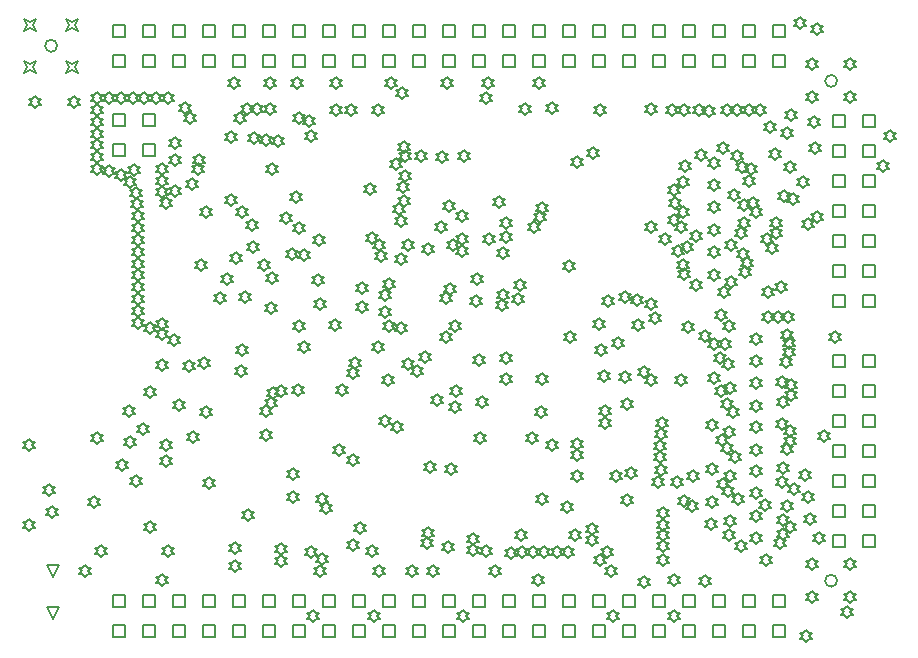
<source format=gbr>
%TF.GenerationSoftware,Altium Limited,Altium Designer,21.2.2 (38)*%
G04 Layer_Color=2752767*
%FSLAX45Y45*%
%MOMM*%
%TF.SameCoordinates,D1C1B47B-FFDC-44FD-B647-F1046EBF8E97*%
%TF.FilePolarity,Positive*%
%TF.FileFunction,Drawing*%
%TF.Part,Single*%
G01*
G75*
%TA.AperFunction,NonConductor*%
%ADD226C,0.12700*%
%ADD227C,0.16933*%
D226*
X1981200Y139700D02*
Y241300D01*
X2082800D01*
Y139700D01*
X1981200D01*
X2235200D02*
Y241300D01*
X2336800D01*
Y139700D01*
X2235200D01*
X2489200D02*
Y241300D01*
X2590800D01*
Y139700D01*
X2489200D01*
X2743200D02*
Y241300D01*
X2844800D01*
Y139700D01*
X2743200D01*
X2997200D02*
Y241300D01*
X3098800D01*
Y139700D01*
X2997200D01*
X3251200D02*
Y241300D01*
X3352800D01*
Y139700D01*
X3251200D01*
X3505200D02*
Y241300D01*
X3606800D01*
Y139700D01*
X3505200D01*
X3759200D02*
Y241300D01*
X3860800D01*
Y139700D01*
X3759200D01*
X4013200D02*
Y241300D01*
X4114800D01*
Y139700D01*
X4013200D01*
X4267200D02*
Y241300D01*
X4368800D01*
Y139700D01*
X4267200D01*
X4521200D02*
Y241300D01*
X4622800D01*
Y139700D01*
X4521200D01*
X4775200D02*
Y241300D01*
X4876800D01*
Y139700D01*
X4775200D01*
X5029200D02*
Y241300D01*
X5130800D01*
Y139700D01*
X5029200D01*
X5283200D02*
Y241300D01*
X5384800D01*
Y139700D01*
X5283200D01*
X5537200D02*
Y241300D01*
X5638800D01*
Y139700D01*
X5537200D01*
X5791200D02*
Y241300D01*
X5892800D01*
Y139700D01*
X5791200D01*
X6045200D02*
Y241300D01*
X6146800D01*
Y139700D01*
X6045200D01*
X6299200D02*
Y241300D01*
X6400800D01*
Y139700D01*
X6299200D01*
X6553200D02*
Y241300D01*
X6654800D01*
Y139700D01*
X6553200D01*
X6807200D02*
Y241300D01*
X6908800D01*
Y139700D01*
X6807200D01*
X7061200D02*
Y241300D01*
X7162800D01*
Y139700D01*
X7061200D01*
X7315200D02*
Y241300D01*
X7416800D01*
Y139700D01*
X7315200D01*
X7569200D02*
Y241300D01*
X7670800D01*
Y139700D01*
X7569200D01*
X1981200Y393700D02*
Y495300D01*
X2082800D01*
Y393700D01*
X1981200D01*
X2235200D02*
Y495300D01*
X2336800D01*
Y393700D01*
X2235200D01*
X2489200D02*
Y495300D01*
X2590800D01*
Y393700D01*
X2489200D01*
X2743200D02*
Y495300D01*
X2844800D01*
Y393700D01*
X2743200D01*
X2997200D02*
Y495300D01*
X3098800D01*
Y393700D01*
X2997200D01*
X3251200D02*
Y495300D01*
X3352800D01*
Y393700D01*
X3251200D01*
X3505200D02*
Y495300D01*
X3606800D01*
Y393700D01*
X3505200D01*
X3759200D02*
Y495300D01*
X3860800D01*
Y393700D01*
X3759200D01*
X4013200D02*
Y495300D01*
X4114800D01*
Y393700D01*
X4013200D01*
X4267200D02*
Y495300D01*
X4368800D01*
Y393700D01*
X4267200D01*
X4521200D02*
Y495300D01*
X4622800D01*
Y393700D01*
X4521200D01*
X4775200D02*
Y495300D01*
X4876800D01*
Y393700D01*
X4775200D01*
X5029200D02*
Y495300D01*
X5130800D01*
Y393700D01*
X5029200D01*
X5283200D02*
Y495300D01*
X5384800D01*
Y393700D01*
X5283200D01*
X5537200D02*
Y495300D01*
X5638800D01*
Y393700D01*
X5537200D01*
X5791200D02*
Y495300D01*
X5892800D01*
Y393700D01*
X5791200D01*
X6045200D02*
Y495300D01*
X6146800D01*
Y393700D01*
X6045200D01*
X6299200D02*
Y495300D01*
X6400800D01*
Y393700D01*
X6299200D01*
X6553200D02*
Y495300D01*
X6654800D01*
Y393700D01*
X6553200D01*
X6807200D02*
Y495300D01*
X6908800D01*
Y393700D01*
X6807200D01*
X7061200D02*
Y495300D01*
X7162800D01*
Y393700D01*
X7061200D01*
X7315200D02*
Y495300D01*
X7416800D01*
Y393700D01*
X7315200D01*
X7569200D02*
Y495300D01*
X7670800D01*
Y393700D01*
X7569200D01*
X1981200Y4965700D02*
Y5067300D01*
X2082800D01*
Y4965700D01*
X1981200D01*
X2235200D02*
Y5067300D01*
X2336800D01*
Y4965700D01*
X2235200D01*
X2489200D02*
Y5067300D01*
X2590800D01*
Y4965700D01*
X2489200D01*
X2743200D02*
Y5067300D01*
X2844800D01*
Y4965700D01*
X2743200D01*
X2997200D02*
Y5067300D01*
X3098800D01*
Y4965700D01*
X2997200D01*
X3251200D02*
Y5067300D01*
X3352800D01*
Y4965700D01*
X3251200D01*
X3505200D02*
Y5067300D01*
X3606800D01*
Y4965700D01*
X3505200D01*
X3759200D02*
Y5067300D01*
X3860800D01*
Y4965700D01*
X3759200D01*
X4013200D02*
Y5067300D01*
X4114800D01*
Y4965700D01*
X4013200D01*
X4267200D02*
Y5067300D01*
X4368800D01*
Y4965700D01*
X4267200D01*
X4521200D02*
Y5067300D01*
X4622800D01*
Y4965700D01*
X4521200D01*
X4775200D02*
Y5067300D01*
X4876800D01*
Y4965700D01*
X4775200D01*
X5029200D02*
Y5067300D01*
X5130800D01*
Y4965700D01*
X5029200D01*
X5283200D02*
Y5067300D01*
X5384800D01*
Y4965700D01*
X5283200D01*
X5537200D02*
Y5067300D01*
X5638800D01*
Y4965700D01*
X5537200D01*
X5791200D02*
Y5067300D01*
X5892800D01*
Y4965700D01*
X5791200D01*
X6045200D02*
Y5067300D01*
X6146800D01*
Y4965700D01*
X6045200D01*
X6299200D02*
Y5067300D01*
X6400800D01*
Y4965700D01*
X6299200D01*
X6553200D02*
Y5067300D01*
X6654800D01*
Y4965700D01*
X6553200D01*
X6807200D02*
Y5067300D01*
X6908800D01*
Y4965700D01*
X6807200D01*
X7061200D02*
Y5067300D01*
X7162800D01*
Y4965700D01*
X7061200D01*
X7315200D02*
Y5067300D01*
X7416800D01*
Y4965700D01*
X7315200D01*
X7569200D02*
Y5067300D01*
X7670800D01*
Y4965700D01*
X7569200D01*
X1981200Y5219700D02*
Y5321300D01*
X2082800D01*
Y5219700D01*
X1981200D01*
X2235200D02*
Y5321300D01*
X2336800D01*
Y5219700D01*
X2235200D01*
X2489200D02*
Y5321300D01*
X2590800D01*
Y5219700D01*
X2489200D01*
X2743200D02*
Y5321300D01*
X2844800D01*
Y5219700D01*
X2743200D01*
X2997200D02*
Y5321300D01*
X3098800D01*
Y5219700D01*
X2997200D01*
X3251200D02*
Y5321300D01*
X3352800D01*
Y5219700D01*
X3251200D01*
X3505200D02*
Y5321300D01*
X3606800D01*
Y5219700D01*
X3505200D01*
X3759200D02*
Y5321300D01*
X3860800D01*
Y5219700D01*
X3759200D01*
X4013200D02*
Y5321300D01*
X4114800D01*
Y5219700D01*
X4013200D01*
X4267200D02*
Y5321300D01*
X4368800D01*
Y5219700D01*
X4267200D01*
X4521200D02*
Y5321300D01*
X4622800D01*
Y5219700D01*
X4521200D01*
X4775200D02*
Y5321300D01*
X4876800D01*
Y5219700D01*
X4775200D01*
X5029200D02*
Y5321300D01*
X5130800D01*
Y5219700D01*
X5029200D01*
X5283200D02*
Y5321300D01*
X5384800D01*
Y5219700D01*
X5283200D01*
X5537200D02*
Y5321300D01*
X5638800D01*
Y5219700D01*
X5537200D01*
X5791200D02*
Y5321300D01*
X5892800D01*
Y5219700D01*
X5791200D01*
X6045200D02*
Y5321300D01*
X6146800D01*
Y5219700D01*
X6045200D01*
X6299200D02*
Y5321300D01*
X6400800D01*
Y5219700D01*
X6299200D01*
X6553200D02*
Y5321300D01*
X6654800D01*
Y5219700D01*
X6553200D01*
X6807200D02*
Y5321300D01*
X6908800D01*
Y5219700D01*
X6807200D01*
X7061200D02*
Y5321300D01*
X7162800D01*
Y5219700D01*
X7061200D01*
X7315200D02*
Y5321300D01*
X7416800D01*
Y5219700D01*
X7315200D01*
X7569200D02*
Y5321300D01*
X7670800D01*
Y5219700D01*
X7569200D01*
X8331200Y902000D02*
Y1003600D01*
X8432800D01*
Y902000D01*
X8331200D01*
Y1156000D02*
Y1257600D01*
X8432800D01*
Y1156000D01*
X8331200D01*
Y1410000D02*
Y1511600D01*
X8432800D01*
Y1410000D01*
X8331200D01*
Y1664000D02*
Y1765600D01*
X8432800D01*
Y1664000D01*
X8331200D01*
Y1918000D02*
Y2019600D01*
X8432800D01*
Y1918000D01*
X8331200D01*
Y2172000D02*
Y2273600D01*
X8432800D01*
Y2172000D01*
X8331200D01*
Y2426000D02*
Y2527600D01*
X8432800D01*
Y2426000D01*
X8331200D01*
X8077200Y902000D02*
Y1003600D01*
X8178800D01*
Y902000D01*
X8077200D01*
Y1156000D02*
Y1257600D01*
X8178800D01*
Y1156000D01*
X8077200D01*
Y1410000D02*
Y1511600D01*
X8178800D01*
Y1410000D01*
X8077200D01*
Y1664000D02*
Y1765600D01*
X8178800D01*
Y1664000D01*
X8077200D01*
Y1918000D02*
Y2019600D01*
X8178800D01*
Y1918000D01*
X8077200D01*
Y2172000D02*
Y2273600D01*
X8178800D01*
Y2172000D01*
X8077200D01*
Y2426000D02*
Y2527600D01*
X8178800D01*
Y2426000D01*
X8077200D01*
Y4458000D02*
Y4559600D01*
X8178800D01*
Y4458000D01*
X8077200D01*
Y4204000D02*
Y4305600D01*
X8178800D01*
Y4204000D01*
X8077200D01*
Y3950000D02*
Y4051600D01*
X8178800D01*
Y3950000D01*
X8077200D01*
Y3696000D02*
Y3797600D01*
X8178800D01*
Y3696000D01*
X8077200D01*
Y3442000D02*
Y3543600D01*
X8178800D01*
Y3442000D01*
X8077200D01*
Y3188000D02*
Y3289600D01*
X8178800D01*
Y3188000D01*
X8077200D01*
Y2934000D02*
Y3035600D01*
X8178800D01*
Y2934000D01*
X8077200D01*
X8331200Y4458000D02*
Y4559600D01*
X8432800D01*
Y4458000D01*
X8331200D01*
Y4204000D02*
Y4305600D01*
X8432800D01*
Y4204000D01*
X8331200D01*
Y3950000D02*
Y4051600D01*
X8432800D01*
Y3950000D01*
X8331200D01*
Y3696000D02*
Y3797600D01*
X8432800D01*
Y3696000D01*
X8331200D01*
Y3442000D02*
Y3543600D01*
X8432800D01*
Y3442000D01*
X8331200D01*
Y3188000D02*
Y3289600D01*
X8432800D01*
Y3188000D01*
X8331200D01*
Y2934000D02*
Y3035600D01*
X8432800D01*
Y2934000D01*
X8331200D01*
X2235200Y4207600D02*
Y4309200D01*
X2336800D01*
Y4207600D01*
X2235200D01*
X1981200D02*
Y4309200D01*
X2082800D01*
Y4207600D01*
X1981200D01*
X2235200Y4461600D02*
Y4563200D01*
X2336800D01*
Y4461600D01*
X2235200D01*
X1981200D02*
Y4563200D01*
X2082800D01*
Y4461600D01*
X1981200D01*
X1480000Y294200D02*
X1429200Y395800D01*
X1530800D01*
X1480000Y294200D01*
Y644200D02*
X1429200Y745800D01*
X1530800D01*
X1480000Y644200D01*
X7140000Y1759200D02*
X7165400Y1784600D01*
X7190800D01*
X7165400Y1810000D01*
X7190800Y1835400D01*
X7165400D01*
X7140000Y1860800D01*
X7114600Y1835400D01*
X7089200D01*
X7114600Y1810000D01*
X7089200Y1784600D01*
X7114600D01*
X7140000Y1759200D01*
X7180000Y1689200D02*
X7205400Y1714600D01*
X7230800D01*
X7205400Y1740000D01*
X7230800Y1765400D01*
X7205400D01*
X7180000Y1790800D01*
X7154600Y1765400D01*
X7129200D01*
X7154600Y1740000D01*
X7129200Y1714600D01*
X7154600D01*
X7180000Y1689200D01*
X5910000Y1719200D02*
X5935400Y1744600D01*
X5960800D01*
X5935400Y1770000D01*
X5960800Y1795400D01*
X5935400D01*
X5910000Y1820800D01*
X5884600Y1795400D01*
X5859200D01*
X5884600Y1770000D01*
X5859200Y1744600D01*
X5884600D01*
X5910000Y1719200D01*
X7725255Y2219190D02*
X7750655Y2244590D01*
X7776055D01*
X7750655Y2269990D01*
X7776055Y2295390D01*
X7750655D01*
X7725255Y2320790D01*
X7699855Y2295390D01*
X7674455D01*
X7699855Y2269990D01*
X7674455Y2244590D01*
X7699855D01*
X7725255Y2219190D01*
X7728683Y2139200D02*
X7754083Y2164600D01*
X7779483D01*
X7754083Y2190000D01*
X7779483Y2215400D01*
X7754083D01*
X7728683Y2240800D01*
X7703283Y2215400D01*
X7677883D01*
X7703283Y2190000D01*
X7677883Y2164600D01*
X7703283D01*
X7728683Y2139200D01*
X7650000Y1889200D02*
X7675400Y1914600D01*
X7700800D01*
X7675400Y1940000D01*
X7700800Y1965400D01*
X7675400D01*
X7650000Y1990800D01*
X7624600Y1965400D01*
X7599200D01*
X7624600Y1940000D01*
X7599200Y1914600D01*
X7624600D01*
X7650000Y1889200D01*
X3550000Y2179200D02*
X3575400Y2204600D01*
X3600800D01*
X3575400Y2230000D01*
X3600800Y2255400D01*
X3575400D01*
X3550000Y2280800D01*
X3524600Y2255400D01*
X3499200D01*
X3524600Y2230000D01*
X3499200Y2204600D01*
X3524600D01*
X3550000Y2179200D01*
X7210000Y1069200D02*
X7235400Y1094600D01*
X7260800D01*
X7235400Y1120000D01*
X7260800Y1145400D01*
X7235400D01*
X7210000Y1170800D01*
X7184600Y1145400D01*
X7159200D01*
X7184600Y1120000D01*
X7159200Y1094600D01*
X7184600D01*
X7210000Y1069200D01*
X7189886Y1320746D02*
X7215286Y1346146D01*
X7240686D01*
X7215286Y1371546D01*
X7240686Y1396946D01*
X7215286D01*
X7189886Y1422346D01*
X7164486Y1396946D01*
X7139086D01*
X7164486Y1371546D01*
X7139086Y1346146D01*
X7164486D01*
X7189886Y1320746D01*
X7147613Y1382698D02*
X7173013Y1408098D01*
X7198413D01*
X7173013Y1433498D01*
X7198413Y1458898D01*
X7173013D01*
X7147613Y1484298D01*
X7122213Y1458898D01*
X7096813D01*
X7122213Y1433498D01*
X7096813Y1408098D01*
X7122213D01*
X7147613Y1382698D01*
X4238570Y3409297D02*
X4263970Y3434697D01*
X4289370D01*
X4263970Y3460097D01*
X4289370Y3485497D01*
X4263970D01*
X4238570Y3510897D01*
X4213170Y3485497D01*
X4187770D01*
X4213170Y3460097D01*
X4187770Y3434697D01*
X4213170D01*
X4238570Y3409297D01*
X3410000Y729200D02*
X3435400Y754600D01*
X3460800D01*
X3435400Y780000D01*
X3460800Y805400D01*
X3435400D01*
X3410000Y830800D01*
X3384600Y805400D01*
X3359200D01*
X3384600Y780000D01*
X3359200Y754600D01*
X3384600D01*
X3410000Y729200D01*
X7754146Y1336700D02*
X7779546Y1362100D01*
X7804946D01*
X7779546Y1387500D01*
X7804946Y1412900D01*
X7779546D01*
X7754146Y1438300D01*
X7728746Y1412900D01*
X7703346D01*
X7728746Y1387500D01*
X7703346Y1362100D01*
X7728746D01*
X7754146Y1336700D01*
X7840000Y1459200D02*
X7865400Y1484600D01*
X7890800D01*
X7865400Y1510000D01*
X7890800Y1535400D01*
X7865400D01*
X7840000Y1560800D01*
X7814600Y1535400D01*
X7789200D01*
X7814600Y1510000D01*
X7789200Y1484600D01*
X7814600D01*
X7840000Y1459200D01*
X3060000Y4479200D02*
X3085400Y4504600D01*
X3110800D01*
X3085400Y4530000D01*
X3110800Y4555400D01*
X3085400D01*
X3060000Y4580800D01*
X3034600Y4555400D01*
X3009200D01*
X3034600Y4530000D01*
X3009200Y4504600D01*
X3034600D01*
X3060000Y4479200D01*
X6823075Y1241954D02*
X6848475Y1267354D01*
X6873875D01*
X6848475Y1292754D01*
X6873875Y1318154D01*
X6848475D01*
X6823075Y1343554D01*
X6797675Y1318154D01*
X6772275D01*
X6797675Y1292754D01*
X6772275Y1267354D01*
X6797675D01*
X6823075Y1241954D01*
X6760000Y1399200D02*
X6785400Y1424600D01*
X6810800D01*
X6785400Y1450000D01*
X6810800Y1475400D01*
X6785400D01*
X6760000Y1500800D01*
X6734600Y1475400D01*
X6709200D01*
X6734600Y1450000D01*
X6709200Y1424600D01*
X6734600D01*
X6760000Y1399200D01*
X6640000Y949200D02*
X6665400Y974600D01*
X6690800D01*
X6665400Y1000000D01*
X6690800Y1025400D01*
X6665400D01*
X6640000Y1050800D01*
X6614600Y1025400D01*
X6589200D01*
X6614600Y1000000D01*
X6589200Y974600D01*
X6614600D01*
X6640000Y949200D01*
Y1139200D02*
X6665400Y1164600D01*
X6690800D01*
X6665400Y1190000D01*
X6690800Y1215400D01*
X6665400D01*
X6640000Y1240800D01*
X6614600Y1215400D01*
X6589200D01*
X6614600Y1190000D01*
X6589200Y1164600D01*
X6614600D01*
X6640000Y1139200D01*
X6642159Y857041D02*
X6667559Y882441D01*
X6692959D01*
X6667559Y907841D01*
X6692959Y933241D01*
X6667559D01*
X6642159Y958641D01*
X6616759Y933241D01*
X6591359D01*
X6616759Y907841D01*
X6591359Y882441D01*
X6616759D01*
X6642159Y857041D01*
X6640000Y1039200D02*
X6665400Y1064600D01*
X6690800D01*
X6665400Y1090000D01*
X6690800Y1115400D01*
X6665400D01*
X6640000Y1140800D01*
X6614600Y1115400D01*
X6589200D01*
X6614600Y1090000D01*
X6589200Y1064600D01*
X6614600D01*
X6640000Y1039200D01*
X6889704Y1194876D02*
X6915104Y1220276D01*
X6940504D01*
X6915104Y1245676D01*
X6940504Y1271076D01*
X6915104D01*
X6889704Y1296476D01*
X6864304Y1271076D01*
X6838904D01*
X6864304Y1245676D01*
X6838904Y1220276D01*
X6864304D01*
X6889704Y1194876D01*
X6892648Y1447223D02*
X6918048Y1472623D01*
X6943448D01*
X6918048Y1498023D01*
X6943448Y1523423D01*
X6918048D01*
X6892648Y1548823D01*
X6867248Y1523423D01*
X6841848D01*
X6867248Y1498023D01*
X6841848Y1472623D01*
X6867248D01*
X6892648Y1447223D01*
X7714497Y4064703D02*
X7739897Y4090103D01*
X7765297D01*
X7739897Y4115503D01*
X7765297Y4140903D01*
X7739897D01*
X7714497Y4166303D01*
X7689097Y4140903D01*
X7663697D01*
X7689097Y4115503D01*
X7663697Y4090103D01*
X7689097D01*
X7714497Y4064703D01*
X7329894Y3743543D02*
X7355294Y3768943D01*
X7380694D01*
X7355294Y3794343D01*
X7380694Y3819743D01*
X7355294D01*
X7329894Y3845143D01*
X7304494Y3819743D01*
X7279094D01*
X7304494Y3794343D01*
X7279094Y3768943D01*
X7304494D01*
X7329894Y3743543D01*
X7404183Y3760652D02*
X7429583Y3786052D01*
X7454983D01*
X7429583Y3811452D01*
X7454983Y3836852D01*
X7429583D01*
X7404183Y3862252D01*
X7378783Y3836852D01*
X7353383D01*
X7378783Y3811452D01*
X7353383Y3786052D01*
X7378783D01*
X7404183Y3760652D01*
X7156397Y3009039D02*
X7181797Y3034439D01*
X7207197D01*
X7181797Y3059839D01*
X7207197Y3085239D01*
X7181797D01*
X7156397Y3110639D01*
X7130997Y3085239D01*
X7105597D01*
X7130997Y3059839D01*
X7105597Y3034439D01*
X7130997D01*
X7156397Y3009039D01*
X5910538Y1630506D02*
X5935938Y1655906D01*
X5961338D01*
X5935938Y1681306D01*
X5961338Y1706706D01*
X5935938D01*
X5910538Y1732106D01*
X5885138Y1706706D01*
X5859738D01*
X5885138Y1681306D01*
X5859738Y1655906D01*
X5885138D01*
X5910538Y1630506D01*
X7300000Y3509200D02*
X7325400Y3534600D01*
X7350800D01*
X7325400Y3560000D01*
X7350800Y3585400D01*
X7325400D01*
X7300000Y3610800D01*
X7274600Y3585400D01*
X7249200D01*
X7274600Y3560000D01*
X7249200Y3534600D01*
X7274600D01*
X7300000Y3509200D01*
X5600000Y3639200D02*
X5625400Y3664600D01*
X5650800D01*
X5625400Y3690000D01*
X5650800Y3715400D01*
X5625400D01*
X5600000Y3740800D01*
X5574600Y3715400D01*
X5549200D01*
X5574600Y3690000D01*
X5549200Y3664600D01*
X5574600D01*
X5600000Y3639200D01*
X5620000Y3719200D02*
X5645400Y3744600D01*
X5670800D01*
X5645400Y3770000D01*
X5670800Y3795400D01*
X5645400D01*
X5620000Y3820800D01*
X5594600Y3795400D01*
X5569200D01*
X5594600Y3770000D01*
X5569200Y3744600D01*
X5594600D01*
X5620000Y3719200D01*
X6480000Y2329200D02*
X6505400Y2354600D01*
X6530800D01*
X6505400Y2380000D01*
X6530800Y2405400D01*
X6505400D01*
X6480000Y2430800D01*
X6454600Y2405400D01*
X6429200D01*
X6454600Y2380000D01*
X6429200Y2354600D01*
X6454600D01*
X6480000Y2329200D01*
X3020000Y689200D02*
X3045400Y714600D01*
X3070800D01*
X3045400Y740000D01*
X3070800Y765400D01*
X3045400D01*
X3020000Y790800D01*
X2994600Y765400D01*
X2969200D01*
X2994600Y740000D01*
X2969200Y714600D01*
X2994600D01*
X3020000Y689200D01*
X5551353Y3562396D02*
X5576753Y3587796D01*
X5602153D01*
X5576753Y3613196D01*
X5602153Y3638596D01*
X5576753D01*
X5551353Y3663996D01*
X5525953Y3638596D01*
X5500553D01*
X5525953Y3613196D01*
X5500553Y3587796D01*
X5525953D01*
X5551353Y3562396D01*
X8200000Y299200D02*
X8225400Y324600D01*
X8250800D01*
X8225400Y350000D01*
X8250800Y375400D01*
X8225400D01*
X8200000Y400800D01*
X8174600Y375400D01*
X8149200D01*
X8174600Y350000D01*
X8149200Y324600D01*
X8174600D01*
X8200000Y299200D01*
X8007127Y1785137D02*
X8032527Y1810537D01*
X8057927D01*
X8032527Y1835937D01*
X8057927Y1861337D01*
X8032527D01*
X8007127Y1886737D01*
X7981727Y1861337D01*
X7956327D01*
X7981727Y1835937D01*
X7956327Y1810537D01*
X7981727D01*
X8007127Y1785137D01*
X7070000Y4104200D02*
X7095400Y4129600D01*
X7120800D01*
X7095400Y4155000D01*
X7120800Y4180400D01*
X7095400D01*
X7070000Y4205800D01*
X7044600Y4180400D01*
X7019200D01*
X7044600Y4155000D01*
X7019200Y4129600D01*
X7044600D01*
X7070000Y4104200D01*
Y3914200D02*
X7095400Y3939600D01*
X7120800D01*
X7095400Y3965000D01*
X7120800Y3990400D01*
X7095400D01*
X7070000Y4015800D01*
X7044600Y3990400D01*
X7019200D01*
X7044600Y3965000D01*
X7019200Y3939600D01*
X7044600D01*
X7070000Y3914200D01*
X3680000Y269200D02*
X3705400Y294600D01*
X3730800D01*
X3705400Y320000D01*
X3730800Y345400D01*
X3705400D01*
X3680000Y370800D01*
X3654600Y345400D01*
X3629200D01*
X3654600Y320000D01*
X3629200Y294600D01*
X3654600D01*
X3680000Y269200D01*
X4190000D02*
X4215400Y294600D01*
X4240800D01*
X4215400Y320000D01*
X4240800Y345400D01*
X4215400D01*
X4190000Y370800D01*
X4164600Y345400D01*
X4139200D01*
X4164600Y320000D01*
X4139200Y294600D01*
X4164600D01*
X4190000Y269200D01*
X6730000D02*
X6755400Y294600D01*
X6780800D01*
X6755400Y320000D01*
X6780800Y345400D01*
X6755400D01*
X6730000Y370800D01*
X6704600Y345400D01*
X6679200D01*
X6704600Y320000D01*
X6679200Y294600D01*
X6704600D01*
X6730000Y269200D01*
X6220000D02*
X6245400Y294600D01*
X6270800D01*
X6245400Y320000D01*
X6270800Y345400D01*
X6245400D01*
X6220000Y370800D01*
X6194600Y345400D01*
X6169200D01*
X6194600Y320000D01*
X6169200Y294600D01*
X6194600D01*
X6220000Y269200D01*
X4950000D02*
X4975400Y294600D01*
X5000800D01*
X4975400Y320000D01*
X5000800Y345400D01*
X4975400D01*
X4950000Y370800D01*
X4924600Y345400D01*
X4899200D01*
X4924600Y320000D01*
X4899200Y294600D01*
X4924600D01*
X4950000Y269200D01*
X4820000Y849200D02*
X4845400Y874600D01*
X4870800D01*
X4845400Y900000D01*
X4870800Y925400D01*
X4845400D01*
X4820000Y950800D01*
X4794600Y925400D01*
X4769200D01*
X4794600Y900000D01*
X4769200Y874600D01*
X4794600D01*
X4820000Y849200D01*
X5220000Y649200D02*
X5245400Y674600D01*
X5270800D01*
X5245400Y700000D01*
X5270800Y725400D01*
X5245400D01*
X5220000Y750800D01*
X5194600Y725400D01*
X5169200D01*
X5194600Y700000D01*
X5169200Y674600D01*
X5194600D01*
X5220000Y649200D01*
X5350658Y798541D02*
X5376058Y823941D01*
X5401458D01*
X5376058Y849341D01*
X5401458Y874741D01*
X5376058D01*
X5350658Y900141D01*
X5325258Y874741D01*
X5299858D01*
X5325258Y849341D01*
X5299858Y823941D01*
X5325258D01*
X5350658Y798541D01*
X5450000Y809200D02*
X5475400Y834600D01*
X5500800D01*
X5475400Y860000D01*
X5500800Y885400D01*
X5475400D01*
X5450000Y910800D01*
X5424600Y885400D01*
X5399200D01*
X5424600Y860000D01*
X5399200Y834600D01*
X5424600D01*
X5450000Y809200D01*
X5540000D02*
X5565400Y834600D01*
X5590800D01*
X5565400Y860000D01*
X5590800Y885400D01*
X5565400D01*
X5540000Y910800D01*
X5514600Y885400D01*
X5489200D01*
X5514600Y860000D01*
X5489200Y834600D01*
X5514600D01*
X5540000Y809200D01*
X5630000D02*
X5655400Y834600D01*
X5680800D01*
X5655400Y860000D01*
X5680800Y885400D01*
X5655400D01*
X5630000Y910800D01*
X5604600Y885400D01*
X5579200D01*
X5604600Y860000D01*
X5579200Y834600D01*
X5604600D01*
X5630000Y809200D01*
X5740000D02*
X5765400Y834600D01*
X5790800D01*
X5765400Y860000D01*
X5790800Y885400D01*
X5765400D01*
X5740000Y910800D01*
X5714600Y885400D01*
X5689200D01*
X5714600Y860000D01*
X5689200Y834600D01*
X5714600D01*
X5740000Y809200D01*
X5833349Y805852D02*
X5858749Y831252D01*
X5884149D01*
X5858749Y856652D01*
X5884149Y882052D01*
X5858749D01*
X5833349Y907452D01*
X5807949Y882052D01*
X5782549D01*
X5807949Y856652D01*
X5782549Y831252D01*
X5807949D01*
X5833349Y805852D01*
X5030000Y824200D02*
X5055400Y849600D01*
X5080800D01*
X5055400Y875000D01*
X5080800Y900400D01*
X5055400D01*
X5030000Y925800D01*
X5004600Y900400D01*
X4979200D01*
X5004600Y875000D01*
X4979200Y849600D01*
X5004600D01*
X5030000Y824200D01*
X2660000Y1779200D02*
X2685400Y1804600D01*
X2710800D01*
X2685400Y1830000D01*
X2710800Y1855400D01*
X2685400D01*
X2660000Y1880800D01*
X2634600Y1855400D01*
X2609200D01*
X2634600Y1830000D01*
X2609200Y1804600D01*
X2634600D01*
X2660000Y1779200D01*
X2430000Y1709200D02*
X2455400Y1734600D01*
X2480800D01*
X2455400Y1760000D01*
X2480800Y1785400D01*
X2455400D01*
X2430000Y1810800D01*
X2404600Y1785400D01*
X2379200D01*
X2404600Y1760000D01*
X2379200Y1734600D01*
X2404600D01*
X2430000Y1709200D01*
X5900000Y949200D02*
X5925400Y974600D01*
X5950800D01*
X5925400Y1000000D01*
X5950800Y1025400D01*
X5925400D01*
X5900000Y1050800D01*
X5874600Y1025400D01*
X5849200D01*
X5874600Y1000000D01*
X5849200Y974600D01*
X5874600D01*
X5900000Y949200D01*
X6167500Y809200D02*
X6192900Y834600D01*
X6218300D01*
X6192900Y860000D01*
X6218300Y885400D01*
X6192900D01*
X6167500Y910800D01*
X6142100Y885400D01*
X6116700D01*
X6142100Y860000D01*
X6116700Y834600D01*
X6142100D01*
X6167500Y809200D01*
X6040000Y909200D02*
X6065400Y934600D01*
X6090800D01*
X6065400Y960000D01*
X6090800Y985400D01*
X6065400D01*
X6040000Y1010800D01*
X6014600Y985400D01*
X5989200D01*
X6014600Y960000D01*
X5989200Y934600D01*
X6014600D01*
X6040000Y909200D01*
Y999200D02*
X6065400Y1024600D01*
X6090800D01*
X6065400Y1050000D01*
X6090800Y1075400D01*
X6065400D01*
X6040000Y1100800D01*
X6014600Y1075400D01*
X5989200D01*
X6014600Y1050000D01*
X5989200Y1024600D01*
X6014600D01*
X6040000Y999200D01*
X5700000Y1709200D02*
X5725400Y1734600D01*
X5750800D01*
X5725400Y1760000D01*
X5750800Y1785400D01*
X5725400D01*
X5700000Y1810800D01*
X5674600Y1785400D01*
X5649200D01*
X5674600Y1760000D01*
X5649200Y1734600D01*
X5674600D01*
X5700000Y1709200D01*
X2180000Y1409200D02*
X2205400Y1434600D01*
X2230800D01*
X2205400Y1460000D01*
X2230800Y1485400D01*
X2205400D01*
X2180000Y1510800D01*
X2154600Y1485400D01*
X2129200D01*
X2154600Y1460000D01*
X2129200Y1434600D01*
X2154600D01*
X2180000Y1409200D01*
X4310625Y2259200D02*
X4336025Y2284600D01*
X4361425D01*
X4336025Y2310000D01*
X4361425Y2335400D01*
X4336025D01*
X4310625Y2360800D01*
X4285225Y2335400D01*
X4259825D01*
X4285225Y2310000D01*
X4259825Y2284600D01*
X4285225D01*
X4310625Y2259200D01*
X5312500Y2449200D02*
X5337900Y2474600D01*
X5363300D01*
X5337900Y2500000D01*
X5363300Y2525400D01*
X5337900D01*
X5312500Y2550800D01*
X5287100Y2525400D01*
X5261700D01*
X5287100Y2500000D01*
X5261700Y2474600D01*
X5287100D01*
X5312500Y2449200D01*
X5110000Y2079200D02*
X5135400Y2104600D01*
X5160800D01*
X5135400Y2130000D01*
X5160800Y2155400D01*
X5135400D01*
X5110000Y2180800D01*
X5084600Y2155400D01*
X5059200D01*
X5084600Y2130000D01*
X5059200Y2104600D01*
X5084600D01*
X5110000Y2079200D01*
X5409314Y2945303D02*
X5434714Y2970703D01*
X5460114D01*
X5434714Y2996103D01*
X5460114Y3021503D01*
X5434714D01*
X5409314Y3046903D01*
X5383914Y3021503D01*
X5358514D01*
X5383914Y2996103D01*
X5358514Y2970703D01*
X5383914D01*
X5409314Y2945303D01*
X2590000Y4569200D02*
X2615400Y4594600D01*
X2640800D01*
X2615400Y4620000D01*
X2640800Y4645400D01*
X2615400D01*
X2590000Y4670800D01*
X2564600Y4645400D01*
X2539200D01*
X2564600Y4620000D01*
X2539200Y4594600D01*
X2564600D01*
X2590000Y4569200D01*
X3560000Y2719200D02*
X3585400Y2744600D01*
X3610800D01*
X3585400Y2770000D01*
X3610800Y2795400D01*
X3585400D01*
X3560000Y2820800D01*
X3534600Y2795400D01*
X3509200D01*
X3534600Y2770000D01*
X3509200Y2744600D01*
X3534600D01*
X3560000Y2719200D01*
X3449341Y3638541D02*
X3474741Y3663941D01*
X3500141D01*
X3474741Y3689341D01*
X3500141Y3714741D01*
X3474741D01*
X3449341Y3740141D01*
X3423941Y3714741D01*
X3398541D01*
X3423941Y3689341D01*
X3398541Y3663941D01*
X3423941D01*
X3449341Y3638541D01*
X3720000Y3106116D02*
X3745400Y3131516D01*
X3770800D01*
X3745400Y3156916D01*
X3770800Y3182316D01*
X3745400D01*
X3720000Y3207716D01*
X3694600Y3182316D01*
X3669200D01*
X3694600Y3156916D01*
X3669200Y3131516D01*
X3694600D01*
X3720000Y3106116D01*
X7920000Y4449200D02*
X7945400Y4474600D01*
X7970800D01*
X7945400Y4500000D01*
X7970800Y4525400D01*
X7945400D01*
X7920000Y4550800D01*
X7894600Y4525400D01*
X7869200D01*
X7894600Y4500000D01*
X7869200Y4474600D01*
X7894600D01*
X7920000Y4449200D01*
X7590000Y4179200D02*
X7615400Y4204600D01*
X7640800D01*
X7615400Y4230000D01*
X7640800Y4255400D01*
X7615400D01*
X7590000Y4280800D01*
X7564600Y4255400D01*
X7539200D01*
X7564600Y4230000D01*
X7539200Y4204600D01*
X7564600D01*
X7590000Y4179200D01*
X7269342Y4158542D02*
X7294742Y4183942D01*
X7320142D01*
X7294742Y4209342D01*
X7320142Y4234742D01*
X7294742D01*
X7269342Y4260142D01*
X7243942Y4234742D01*
X7218542D01*
X7243942Y4209342D01*
X7218542Y4183942D01*
X7243942D01*
X7269342Y4158542D01*
X7150000Y4229200D02*
X7175400Y4254600D01*
X7200800D01*
X7175400Y4280000D01*
X7200800Y4305400D01*
X7175400D01*
X7150000Y4330800D01*
X7124600Y4305400D01*
X7099200D01*
X7124600Y4280000D01*
X7099200Y4254600D01*
X7124600D01*
X7150000Y4229200D01*
X6735705Y568417D02*
X6761105Y593817D01*
X6786505D01*
X6761105Y619217D01*
X6786505Y644617D01*
X6761105D01*
X6735705Y670017D01*
X6710305Y644617D01*
X6684905D01*
X6710305Y619217D01*
X6684905Y593817D01*
X6710305D01*
X6735705Y568417D01*
X7600000Y3509200D02*
X7625400Y3534600D01*
X7650800D01*
X7625400Y3560000D01*
X7650800Y3585400D01*
X7625400D01*
X7600000Y3610800D01*
X7574600Y3585400D01*
X7549200D01*
X7574600Y3560000D01*
X7549200Y3534600D01*
X7574600D01*
X7600000Y3509200D01*
X7600000Y3589200D02*
X7625400Y3614600D01*
X7650800D01*
X7625400Y3640000D01*
X7650800Y3665400D01*
X7625400D01*
X7600000Y3690800D01*
X7574600Y3665400D01*
X7549200D01*
X7574600Y3640000D01*
X7549200Y3614600D01*
X7574600D01*
X7600000Y3589200D01*
X7869341Y3579858D02*
X7894741Y3605258D01*
X7920141D01*
X7894741Y3630658D01*
X7920141Y3656058D01*
X7894741D01*
X7869341Y3681458D01*
X7843941Y3656058D01*
X7818541D01*
X7843941Y3630658D01*
X7818541Y3605258D01*
X7843941D01*
X7869341Y3579858D01*
X6430000Y2729200D02*
X6455400Y2754600D01*
X6480800D01*
X6455400Y2780000D01*
X6480800Y2805400D01*
X6455400D01*
X6430000Y2830800D01*
X6404600Y2805400D01*
X6379200D01*
X6404600Y2780000D01*
X6379200Y2754600D01*
X6404600D01*
X6430000Y2729200D01*
X6790000Y2259200D02*
X6815400Y2284600D01*
X6840800D01*
X6815400Y2310000D01*
X6840800Y2335400D01*
X6815400D01*
X6790000Y2360800D01*
X6764600Y2335400D01*
X6739200D01*
X6764600Y2310000D01*
X6739200Y2284600D01*
X6764600D01*
X6790000Y2259200D01*
X6339234Y2057409D02*
X6364634Y2082809D01*
X6390034D01*
X6364634Y2108209D01*
X6390034Y2133609D01*
X6364634D01*
X6339234Y2159009D01*
X6313834Y2133609D01*
X6288434D01*
X6313834Y2108209D01*
X6288434Y2082809D01*
X6313834D01*
X6339234Y2057409D01*
X6145423Y2299475D02*
X6170823Y2324875D01*
X6196223D01*
X6170823Y2350275D01*
X6196223Y2375675D01*
X6170823D01*
X6145423Y2401075D01*
X6120023Y2375675D01*
X6094623D01*
X6120023Y2350275D01*
X6094623Y2324875D01*
X6120023D01*
X6145423Y2299475D01*
X6540000Y2259200D02*
X6565400Y2284600D01*
X6590800D01*
X6565400Y2310000D01*
X6590800Y2335400D01*
X6565400D01*
X6540000Y2360800D01*
X6514600Y2335400D01*
X6489200D01*
X6514600Y2310000D01*
X6489200Y2284600D01*
X6514600D01*
X6540000Y2259200D01*
X5610000Y1989200D02*
X5635400Y2014600D01*
X5660800D01*
X5635400Y2040000D01*
X5660800Y2065400D01*
X5635400D01*
X5610000Y2090800D01*
X5584600Y2065400D01*
X5559200D01*
X5584600Y2040000D01*
X5559200Y2014600D01*
X5584600D01*
X5610000Y1989200D01*
X4731710Y2092672D02*
X4757110Y2118072D01*
X4782510D01*
X4757110Y2143472D01*
X4782510Y2168872D01*
X4757110D01*
X4731710Y2194272D01*
X4706310Y2168872D01*
X4680910D01*
X4706310Y2143472D01*
X4680910Y2118072D01*
X4706310D01*
X4731710Y2092672D01*
X4020000Y1589200D02*
X4045400Y1614600D01*
X4070800D01*
X4045400Y1640000D01*
X4070800Y1665400D01*
X4045400D01*
X4020000Y1690800D01*
X3994600Y1665400D01*
X3969200D01*
X3994600Y1640000D01*
X3969200Y1614600D01*
X3994600D01*
X4020000Y1589200D01*
X2757548Y2403084D02*
X2782948Y2428484D01*
X2808348D01*
X2782948Y2453884D01*
X2808348Y2479284D01*
X2782948D01*
X2757548Y2504684D01*
X2732148Y2479284D01*
X2706748D01*
X2732148Y2453884D01*
X2706748Y2428484D01*
X2732148D01*
X2757548Y2403084D01*
X3070000Y2339200D02*
X3095400Y2364600D01*
X3120800D01*
X3095400Y2390000D01*
X3120800Y2415400D01*
X3095400D01*
X3070000Y2440800D01*
X3044600Y2415400D01*
X3019200D01*
X3044600Y2390000D01*
X3019200Y2364600D01*
X3044600D01*
X3070000Y2339200D01*
X2769342Y1989863D02*
X2794742Y2015263D01*
X2820142D01*
X2794742Y2040663D01*
X2820142Y2066063D01*
X2794742D01*
X2769342Y2091463D01*
X2743942Y2066063D01*
X2718542D01*
X2743942Y2040663D01*
X2718542Y2015263D01*
X2743942D01*
X2769342Y1989863D01*
X3130000Y1119200D02*
X3155400Y1144600D01*
X3180800D01*
X3155400Y1170000D01*
X3180800Y1195400D01*
X3155400D01*
X3130000Y1220800D01*
X3104600Y1195400D01*
X3079200D01*
X3104600Y1170000D01*
X3079200Y1144600D01*
X3104600D01*
X3130000Y1119200D01*
X3280000Y1799200D02*
X3305400Y1824600D01*
X3330800D01*
X3305400Y1850000D01*
X3330800Y1875400D01*
X3305400D01*
X3280000Y1900800D01*
X3254600Y1875400D01*
X3229200D01*
X3254600Y1850000D01*
X3229200Y1824600D01*
X3254600D01*
X3280000Y1799200D01*
X2430000Y1579200D02*
X2455400Y1604600D01*
X2480800D01*
X2455400Y1630000D01*
X2480800Y1655400D01*
X2455400D01*
X2430000Y1680800D01*
X2404600Y1655400D01*
X2379200D01*
X2404600Y1630000D01*
X2379200Y1604600D01*
X2404600D01*
X2430000Y1579200D01*
X1820000Y1229200D02*
X1845400Y1254600D01*
X1870800D01*
X1845400Y1280000D01*
X1870800Y1305400D01*
X1845400D01*
X1820000Y1330800D01*
X1794600Y1305400D01*
X1769200D01*
X1794600Y1280000D01*
X1769200Y1254600D01*
X1794600D01*
X1820000Y1229200D01*
X3660229Y806672D02*
X3685629Y832072D01*
X3711029D01*
X3685629Y857472D01*
X3711029Y882872D01*
X3685629D01*
X3660229Y908272D01*
X3634829Y882872D01*
X3609429D01*
X3634829Y857472D01*
X3609429Y832072D01*
X3634829D01*
X3660229Y806672D01*
X3790000Y1179200D02*
X3815400Y1204600D01*
X3840800D01*
X3815400Y1230000D01*
X3840800Y1255400D01*
X3815400D01*
X3790000Y1280800D01*
X3764600Y1255400D01*
X3739200D01*
X3764600Y1230000D01*
X3739200Y1204600D01*
X3764600D01*
X3790000Y1179200D01*
X3750434Y1255538D02*
X3775834Y1280938D01*
X3801234D01*
X3775834Y1306338D01*
X3801234Y1331738D01*
X3775834D01*
X3750434Y1357138D01*
X3725034Y1331738D01*
X3699634D01*
X3725034Y1306338D01*
X3699634Y1280938D01*
X3725034D01*
X3750434Y1255538D01*
X4079161Y1009808D02*
X4104561Y1035208D01*
X4129961D01*
X4104561Y1060608D01*
X4129961Y1086008D01*
X4104561D01*
X4079161Y1111408D01*
X4053761Y1086008D01*
X4028361D01*
X4053761Y1060608D01*
X4028361Y1035208D01*
X4053761D01*
X4079161Y1009808D01*
X4019958Y869249D02*
X4045358Y894649D01*
X4070758D01*
X4045358Y920049D01*
X4070758Y945449D01*
X4045358D01*
X4019958Y970849D01*
X3994558Y945449D01*
X3969158D01*
X3994558Y920049D01*
X3969158Y894649D01*
X3994558D01*
X4019958Y869249D01*
X4878948Y2033381D02*
X4904348Y2058781D01*
X4929748D01*
X4904348Y2084181D01*
X4929748Y2109581D01*
X4904348D01*
X4878948Y2134981D01*
X4853548Y2109581D01*
X4828148D01*
X4853548Y2084181D01*
X4828148Y2058781D01*
X4853548D01*
X4878948Y2033381D01*
X5090000Y1769200D02*
X5115400Y1794600D01*
X5140800D01*
X5115400Y1820000D01*
X5140800Y1845400D01*
X5115400D01*
X5090000Y1870800D01*
X5064600Y1845400D01*
X5039200D01*
X5064600Y1820000D01*
X5039200Y1794600D01*
X5064600D01*
X5090000Y1769200D01*
X4670000Y1529200D02*
X4695400Y1554600D01*
X4720800D01*
X4695400Y1580000D01*
X4720800Y1605400D01*
X4695400D01*
X4670000Y1630800D01*
X4644600Y1605400D01*
X4619200D01*
X4644600Y1580000D01*
X4619200Y1554600D01*
X4644600D01*
X4670000Y1529200D01*
X4640000Y879200D02*
X4665400Y904600D01*
X4690800D01*
X4665400Y930000D01*
X4690800Y955400D01*
X4665400D01*
X4640000Y980800D01*
X4614600Y955400D01*
X4589200D01*
X4614600Y930000D01*
X4589200Y904600D01*
X4614600D01*
X4640000Y879200D01*
X5827091Y1186700D02*
X5852491Y1212100D01*
X5877891D01*
X5852491Y1237500D01*
X5877891Y1262900D01*
X5852491D01*
X5827091Y1288300D01*
X5801691Y1262900D01*
X5776291D01*
X5801691Y1237500D01*
X5776291Y1212100D01*
X5801691D01*
X5827091Y1186700D01*
X6595636Y1396853D02*
X6621036Y1422253D01*
X6646436D01*
X6621036Y1447653D01*
X6646436Y1473053D01*
X6621036D01*
X6595636Y1498453D01*
X6570236Y1473053D01*
X6544836D01*
X6570236Y1447653D01*
X6544836Y1422253D01*
X6570236D01*
X6595636Y1396853D01*
X5910000Y1449200D02*
X5935400Y1474600D01*
X5960800D01*
X5935400Y1500000D01*
X5960800Y1525400D01*
X5935400D01*
X5910000Y1550800D01*
X5884600Y1525400D01*
X5859200D01*
X5884600Y1500000D01*
X5859200Y1474600D01*
X5884600D01*
X5910000Y1449200D01*
X6340000Y1249200D02*
X6365400Y1274600D01*
X6390800D01*
X6365400Y1300000D01*
X6390800Y1325400D01*
X6365400D01*
X6340000Y1350800D01*
X6314600Y1325400D01*
X6289200D01*
X6314600Y1300000D01*
X6289200Y1274600D01*
X6314600D01*
X6340000Y1249200D01*
X7889301Y1086894D02*
X7914701Y1112294D01*
X7940101D01*
X7914701Y1137694D01*
X7940101Y1163094D01*
X7914701D01*
X7889301Y1188494D01*
X7863901Y1163094D01*
X7838501D01*
X7863901Y1137694D01*
X7838501Y1112294D01*
X7863901D01*
X7889301Y1086894D01*
X6660000Y3459200D02*
X6685400Y3484600D01*
X6710800D01*
X6685400Y3510000D01*
X6710800Y3535400D01*
X6685400D01*
X6660000Y3560800D01*
X6634600Y3535400D01*
X6609200D01*
X6634600Y3510000D01*
X6609200Y3484600D01*
X6634600D01*
X6660000Y3459200D01*
X7930000Y4229200D02*
X7955400Y4254600D01*
X7980800D01*
X7955400Y4280000D01*
X7980800Y4305400D01*
X7955400D01*
X7930000Y4330800D01*
X7904600Y4305400D01*
X7879200D01*
X7904600Y4280000D01*
X7879200Y4254600D01*
X7904600D01*
X7930000Y4229200D01*
X7691850Y4357350D02*
X7717250Y4382750D01*
X7742650D01*
X7717250Y4408150D01*
X7742650Y4433550D01*
X7717250D01*
X7691850Y4458950D01*
X7666450Y4433550D01*
X7641050D01*
X7666450Y4408150D01*
X7641050Y4382750D01*
X7666450D01*
X7691850Y4357350D01*
X7550000Y4404465D02*
X7575400Y4429865D01*
X7600800D01*
X7575400Y4455265D01*
X7600800Y4480665D01*
X7575400D01*
X7550000Y4506065D01*
X7524600Y4480665D01*
X7499200D01*
X7524600Y4455265D01*
X7499200Y4429865D01*
X7524600D01*
X7550000Y4404465D01*
X7030000Y4539200D02*
X7055400Y4564600D01*
X7080800D01*
X7055400Y4590000D01*
X7080800Y4615400D01*
X7055400D01*
X7030000Y4640800D01*
X7004600Y4615400D01*
X6979200D01*
X7004600Y4590000D01*
X6979200Y4564600D01*
X7004600D01*
X7030000Y4539200D01*
X5139606Y4650123D02*
X5165006Y4675523D01*
X5190406D01*
X5165006Y4700923D01*
X5190406Y4726323D01*
X5165006D01*
X5139606Y4751723D01*
X5114206Y4726323D01*
X5088806D01*
X5114206Y4700923D01*
X5088806Y4675523D01*
X5114206D01*
X5139606Y4650123D01*
X7522500Y3459200D02*
X7547900Y3484600D01*
X7573300D01*
X7547900Y3510000D01*
X7573300Y3535400D01*
X7547900D01*
X7522500Y3560800D01*
X7497100Y3535400D01*
X7471700D01*
X7497100Y3510000D01*
X7471700Y3484600D01*
X7497100D01*
X7522500Y3459200D01*
X4450000Y4239200D02*
X4475400Y4264600D01*
X4500800D01*
X4475400Y4290000D01*
X4500800Y4315400D01*
X4475400D01*
X4450000Y4340800D01*
X4424600Y4315400D01*
X4399200D01*
X4424600Y4290000D01*
X4399200Y4264600D01*
X4424600D01*
X4450000Y4239200D01*
X6150000Y2004200D02*
X6175400Y2029600D01*
X6200800D01*
X6175400Y2055000D01*
X6200800Y2080400D01*
X6175400D01*
X6150000Y2105800D01*
X6124600Y2080400D01*
X6099200D01*
X6124600Y2055000D01*
X6099200Y2029600D01*
X6124600D01*
X6150000Y2004200D01*
X4177500Y3464200D02*
X4202900Y3489600D01*
X4228300D01*
X4202900Y3515000D01*
X4228300Y3540400D01*
X4202900D01*
X4177500Y3565800D01*
X4152100Y3540400D01*
X4126700D01*
X4152100Y3515000D01*
X4126700Y3489600D01*
X4152100D01*
X4177500Y3464200D01*
X7530000Y2799200D02*
X7555400Y2824600D01*
X7580800D01*
X7555400Y2850000D01*
X7580800Y2875400D01*
X7555400D01*
X7530000Y2900800D01*
X7504600Y2875400D01*
X7479200D01*
X7504600Y2850000D01*
X7479200Y2824600D01*
X7504600D01*
X7530000Y2799200D01*
X2450000Y819200D02*
X2475400Y844600D01*
X2500800D01*
X2475400Y870000D01*
X2500800Y895400D01*
X2475400D01*
X2450000Y920800D01*
X2424600Y895400D01*
X2399200D01*
X2424600Y870000D01*
X2399200Y844600D01*
X2424600D01*
X2450000Y819200D01*
X7560000Y3384200D02*
X7585400Y3409600D01*
X7610800D01*
X7585400Y3435000D01*
X7610800Y3460400D01*
X7585400D01*
X7560000Y3485800D01*
X7534600Y3460400D01*
X7509200D01*
X7534600Y3435000D01*
X7509200Y3409600D01*
X7534600D01*
X7560000Y3384200D01*
X6730000Y3869200D02*
X6755400Y3894600D01*
X6780800D01*
X6755400Y3920000D01*
X6780800Y3945400D01*
X6755400D01*
X6730000Y3970800D01*
X6704600Y3945400D01*
X6679200D01*
X6704600Y3920000D01*
X6679200Y3894600D01*
X6704600D01*
X6730000Y3869200D01*
X7530000Y3009200D02*
X7555400Y3034600D01*
X7580800D01*
X7555400Y3060000D01*
X7580800Y3085400D01*
X7555400D01*
X7530000Y3110800D01*
X7504600Y3085400D01*
X7479200D01*
X7504600Y3060000D01*
X7479200Y3034600D01*
X7504600D01*
X7530000Y3009200D01*
X7350000Y3252503D02*
X7375400Y3277903D01*
X7400800D01*
X7375400Y3303303D01*
X7400800Y3328703D01*
X7375400D01*
X7350000Y3354103D01*
X7324600Y3328703D01*
X7299200D01*
X7324600Y3303303D01*
X7299200Y3277903D01*
X7324600D01*
X7350000Y3252503D01*
X7640000Y3049200D02*
X7665400Y3074600D01*
X7690800D01*
X7665400Y3100000D01*
X7690800Y3125400D01*
X7665400D01*
X7640000Y3150800D01*
X7614600Y3125400D01*
X7589200D01*
X7614600Y3100000D01*
X7589200Y3074600D01*
X7614600D01*
X7640000Y3049200D01*
X7615265Y2794200D02*
X7640665Y2819600D01*
X7666065D01*
X7640665Y2845000D01*
X7666065Y2870400D01*
X7640665D01*
X7615265Y2895800D01*
X7589865Y2870400D01*
X7564465D01*
X7589865Y2845000D01*
X7564465Y2819600D01*
X7589865D01*
X7615265Y2794200D01*
X7700000D02*
X7725400Y2819600D01*
X7750800D01*
X7725400Y2845000D01*
X7750800Y2870400D01*
X7725400D01*
X7700000Y2895800D01*
X7674600Y2870400D01*
X7649200D01*
X7674600Y2845000D01*
X7649200Y2819600D01*
X7674600D01*
X7700000Y2794200D01*
X7200000Y2719200D02*
X7225400Y2744600D01*
X7250800D01*
X7225400Y2770000D01*
X7250800Y2795400D01*
X7225400D01*
X7200000Y2820800D01*
X7174600Y2795400D01*
X7149200D01*
X7174600Y2770000D01*
X7149200Y2744600D01*
X7174600D01*
X7200000Y2719200D01*
X7131913Y2817287D02*
X7157313Y2842687D01*
X7182713D01*
X7157313Y2868087D01*
X7182713Y2893487D01*
X7157313D01*
X7131913Y2918887D01*
X7106513Y2893487D01*
X7081113D01*
X7106513Y2868087D01*
X7081113Y2842687D01*
X7106513D01*
X7131913Y2817287D01*
X7738396Y3796823D02*
X7763796Y3822223D01*
X7789196D01*
X7763796Y3847623D01*
X7789196Y3873023D01*
X7763796D01*
X7738396Y3898423D01*
X7712996Y3873023D01*
X7687596D01*
X7712996Y3847623D01*
X7687596Y3822223D01*
X7712996D01*
X7738396Y3796823D01*
X7830000Y3939200D02*
X7855400Y3964600D01*
X7880800D01*
X7855400Y3990000D01*
X7880800Y4015400D01*
X7855400D01*
X7830000Y4040800D01*
X7804600Y4015400D01*
X7779200D01*
X7804600Y3990000D01*
X7779200Y3964600D01*
X7804600D01*
X7830000Y3939200D01*
X8100000Y2629200D02*
X8125400Y2654600D01*
X8150800D01*
X8125400Y2680000D01*
X8150800Y2705400D01*
X8125400D01*
X8100000Y2730800D01*
X8074600Y2705400D01*
X8049200D01*
X8074600Y2680000D01*
X8049200Y2654600D01*
X8074600D01*
X8100000Y2629200D01*
X7947678Y3639200D02*
X7973078Y3664600D01*
X7998478D01*
X7973078Y3690000D01*
X7998478Y3715400D01*
X7973078D01*
X7947678Y3740800D01*
X7922278Y3715400D01*
X7896878D01*
X7922278Y3690000D01*
X7896878Y3664600D01*
X7922278D01*
X7947678Y3639200D01*
X8561131Y4328689D02*
X8586531Y4354089D01*
X8611931D01*
X8586531Y4379489D01*
X8611931Y4404889D01*
X8586531D01*
X8561131Y4430289D01*
X8535731Y4404889D01*
X8510331D01*
X8535731Y4379489D01*
X8510331Y4354089D01*
X8535731D01*
X8561131Y4328689D01*
X8500000Y4079200D02*
X8525400Y4104600D01*
X8550800D01*
X8525400Y4130000D01*
X8550800Y4155400D01*
X8525400D01*
X8500000Y4180800D01*
X8474600Y4155400D01*
X8449200D01*
X8474600Y4130000D01*
X8449200Y4104600D01*
X8474600D01*
X8500000Y4079200D01*
X6842207Y3391735D02*
X6867607Y3417135D01*
X6893007D01*
X6867607Y3442535D01*
X6893007Y3467935D01*
X6867607D01*
X6842207Y3493335D01*
X6816807Y3467935D01*
X6791407D01*
X6816807Y3442535D01*
X6791407Y3417135D01*
X6816807D01*
X6842207Y3391735D01*
X6770000Y3359200D02*
X6795400Y3384600D01*
X6820800D01*
X6795400Y3410000D01*
X6820800Y3435400D01*
X6795400D01*
X6770000Y3460800D01*
X6744600Y3435400D01*
X6719200D01*
X6744600Y3410000D01*
X6719200Y3384600D01*
X6744600D01*
X6770000Y3359200D01*
X6810000Y3239200D02*
X6835400Y3264600D01*
X6860800D01*
X6835400Y3290000D01*
X6860800Y3315400D01*
X6835400D01*
X6810000Y3340800D01*
X6784600Y3315400D01*
X6759200D01*
X6784600Y3290000D01*
X6759200Y3264600D01*
X6784600D01*
X6810000Y3239200D01*
X6820000Y3159200D02*
X6845400Y3184600D01*
X6870800D01*
X6845400Y3210000D01*
X6870800Y3235400D01*
X6845400D01*
X6820000Y3260800D01*
X6794600Y3235400D01*
X6769200D01*
X6794600Y3210000D01*
X6769200Y3184600D01*
X6794600D01*
X6820000Y3159200D01*
X6960000Y4169200D02*
X6985400Y4194600D01*
X7010800D01*
X6985400Y4220000D01*
X7010800Y4245400D01*
X6985400D01*
X6960000Y4270800D01*
X6934600Y4245400D01*
X6909200D01*
X6934600Y4220000D01*
X6909200Y4194600D01*
X6934600D01*
X6960000Y4169200D01*
X7430000Y3689200D02*
X7455400Y3714600D01*
X7480800D01*
X7455400Y3740000D01*
X7480800Y3765400D01*
X7455400D01*
X7430000Y3790800D01*
X7404600Y3765400D01*
X7379200D01*
X7404600Y3740000D01*
X7379200Y3714600D01*
X7404600D01*
X7430000Y3689200D01*
X7329038Y3588238D02*
X7354438Y3613638D01*
X7379838D01*
X7354438Y3639038D01*
X7379838Y3664438D01*
X7354438D01*
X7329038Y3689838D01*
X7303638Y3664438D01*
X7278238D01*
X7303638Y3639038D01*
X7278238Y3613638D01*
X7303638D01*
X7329038Y3588238D01*
X7320000Y3330632D02*
X7345400Y3356032D01*
X7370800D01*
X7345400Y3381432D01*
X7370800Y3406832D01*
X7345400D01*
X7320000Y3432232D01*
X7294600Y3406832D01*
X7269200D01*
X7294600Y3381432D01*
X7269200Y3356032D01*
X7294600D01*
X7320000Y3330632D01*
X7266038Y4546555D02*
X7291438Y4571955D01*
X7316838D01*
X7291438Y4597355D01*
X7316838Y4622755D01*
X7291438D01*
X7266038Y4648155D01*
X7240638Y4622755D01*
X7215238D01*
X7240638Y4597355D01*
X7215238Y4571955D01*
X7240638D01*
X7266038Y4546555D01*
X7460000Y4549200D02*
X7485400Y4574600D01*
X7510800D01*
X7485400Y4600000D01*
X7510800Y4625400D01*
X7485400D01*
X7460000Y4650800D01*
X7434600Y4625400D01*
X7409200D01*
X7434600Y4600000D01*
X7409200Y4574600D01*
X7434600D01*
X7460000Y4549200D01*
X7180000D02*
X7205400Y4574600D01*
X7230800D01*
X7205400Y4600000D01*
X7230800Y4625400D01*
X7205400D01*
X7180000Y4650800D01*
X7154600Y4625400D01*
X7129200D01*
X7154600Y4600000D01*
X7129200Y4574600D01*
X7154600D01*
X7180000Y4549200D01*
X7370000D02*
X7395400Y4574600D01*
X7420800D01*
X7395400Y4600000D01*
X7420800Y4625400D01*
X7395400D01*
X7370000Y4650800D01*
X7344600Y4625400D01*
X7319200D01*
X7344600Y4600000D01*
X7319200Y4574600D01*
X7344600D01*
X7370000Y4549200D01*
X7047500Y1039858D02*
X7072900Y1065258D01*
X7098300D01*
X7072900Y1090658D01*
X7098300Y1116058D01*
X7072900D01*
X7047500Y1141458D01*
X7022100Y1116058D01*
X6996700D01*
X7022100Y1090658D01*
X6996700Y1065258D01*
X7022100D01*
X7047500Y1039858D01*
X7960000Y929200D02*
X7985400Y954600D01*
X8010800D01*
X7985400Y980000D01*
X8010800Y1005400D01*
X7985400D01*
X7960000Y1030800D01*
X7934600Y1005400D01*
X7909200D01*
X7934600Y980000D01*
X7909200Y954600D01*
X7934600D01*
X7960000Y929200D01*
X7339415Y3174890D02*
X7364815Y3200290D01*
X7390215D01*
X7364815Y3225690D01*
X7390215Y3251090D01*
X7364815D01*
X7339415Y3276490D01*
X7314015Y3251090D01*
X7288615D01*
X7314015Y3225690D01*
X7288615Y3200290D01*
X7314015D01*
X7339415Y3174890D01*
X7370000Y3944200D02*
X7395400Y3969600D01*
X7420800D01*
X7395400Y3995000D01*
X7420800Y4020400D01*
X7395400D01*
X7370000Y4045800D01*
X7344600Y4020400D01*
X7319200D01*
X7344600Y3995000D01*
X7319200Y3969600D01*
X7344600D01*
X7370000Y3944200D01*
X7666231Y3817248D02*
X7691631Y3842648D01*
X7717031D01*
X7691631Y3868048D01*
X7717031Y3893448D01*
X7691631D01*
X7666231Y3918848D01*
X7640831Y3893448D01*
X7615431D01*
X7640831Y3868048D01*
X7615431Y3842648D01*
X7640831D01*
X7666231Y3817248D01*
X7120659Y2448541D02*
X7146059Y2473941D01*
X7171459D01*
X7146059Y2499341D01*
X7171459Y2524741D01*
X7146059D01*
X7120659Y2550141D01*
X7095259Y2524741D01*
X7069859D01*
X7095259Y2499341D01*
X7069859Y2473941D01*
X7095259D01*
X7120659Y2448541D01*
X3410000Y829200D02*
X3435400Y854600D01*
X3460800D01*
X3435400Y880000D01*
X3460800Y905400D01*
X3435400D01*
X3410000Y930800D01*
X3384600Y905400D01*
X3359200D01*
X3384600Y880000D01*
X3359200Y854600D01*
X3384600D01*
X3410000Y829200D01*
X4650239Y971162D02*
X4675639Y996562D01*
X4701039D01*
X4675639Y1021962D01*
X4701039Y1047362D01*
X4675639D01*
X4650239Y1072762D01*
X4624839Y1047362D01*
X4599439D01*
X4624839Y1021962D01*
X4599439Y996562D01*
X4624839D01*
X4650239Y971162D01*
X6855000Y2712766D02*
X6880400Y2738166D01*
X6905800D01*
X6880400Y2763566D01*
X6905800Y2788966D01*
X6880400D01*
X6855000Y2814366D01*
X6829600Y2788966D01*
X6804200D01*
X6829600Y2763566D01*
X6804200Y2738166D01*
X6829600D01*
X6855000Y2712766D01*
X7220000Y3089200D02*
X7245400Y3114600D01*
X7270800D01*
X7245400Y3140000D01*
X7270800Y3165400D01*
X7245400D01*
X7220000Y3190800D01*
X7194600Y3165400D01*
X7169200D01*
X7194600Y3140000D01*
X7169200Y3114600D01*
X7194600D01*
X7220000Y3089200D01*
X7070000Y2279200D02*
X7095400Y2304600D01*
X7120800D01*
X7095400Y2330000D01*
X7120800Y2355400D01*
X7095400D01*
X7070000Y2380800D01*
X7044600Y2355400D01*
X7019200D01*
X7044600Y2330000D01*
X7019200Y2304600D01*
X7044600D01*
X7070000Y2279200D01*
X7710806Y2572770D02*
X7736206Y2598170D01*
X7761606D01*
X7736206Y2623570D01*
X7761606Y2648970D01*
X7736206D01*
X7710806Y2674370D01*
X7685406Y2648970D01*
X7660006D01*
X7685406Y2623570D01*
X7660006Y2598170D01*
X7685406D01*
X7710806Y2572770D01*
X7687944Y2644200D02*
X7713344Y2669600D01*
X7738744D01*
X7713344Y2695000D01*
X7738744Y2720400D01*
X7713344D01*
X7687944Y2745800D01*
X7662544Y2720400D01*
X7637144D01*
X7662544Y2695000D01*
X7637144Y2669600D01*
X7662544D01*
X7687944Y2644200D01*
X7710715Y2497770D02*
X7736115Y2523170D01*
X7761515D01*
X7736115Y2548570D01*
X7761515Y2573970D01*
X7736115D01*
X7710715Y2599370D01*
X7685315Y2573970D01*
X7659915D01*
X7685315Y2548570D01*
X7659915Y2523170D01*
X7685315D01*
X7710715Y2497770D01*
X7680000Y2419200D02*
X7705400Y2444600D01*
X7730800D01*
X7705400Y2470000D01*
X7730800Y2495400D01*
X7705400D01*
X7680000Y2520800D01*
X7654600Y2495400D01*
X7629200D01*
X7654600Y2470000D01*
X7629200Y2444600D01*
X7654600D01*
X7680000Y2419200D01*
X2430000Y3759200D02*
X2455400Y3784600D01*
X2480800D01*
X2455400Y3810000D01*
X2480800Y3835400D01*
X2455400D01*
X2430000Y3860800D01*
X2404600Y3835400D01*
X2379200D01*
X2404600Y3810000D01*
X2379200Y3784600D01*
X2404600D01*
X2430000Y3759200D01*
X2398709Y3852154D02*
X2424109Y3877554D01*
X2449509D01*
X2424109Y3902954D01*
X2449509Y3928354D01*
X2424109D01*
X2398709Y3953754D01*
X2373309Y3928354D01*
X2347909D01*
X2373309Y3902954D01*
X2347909Y3877554D01*
X2373309D01*
X2398709Y3852154D01*
X2500000Y2599200D02*
X2525400Y2624600D01*
X2550800D01*
X2525400Y2650000D01*
X2550800Y2675400D01*
X2525400D01*
X2500000Y2700800D01*
X2474600Y2675400D01*
X2449200D01*
X2474600Y2650000D01*
X2449200Y2624600D01*
X2474600D01*
X2500000Y2599200D01*
X2400000Y2649200D02*
X2425400Y2674600D01*
X2450800D01*
X2425400Y2700000D01*
X2450800Y2725400D01*
X2425400D01*
X2400000Y2750800D01*
X2374600Y2725400D01*
X2349200D01*
X2374600Y2700000D01*
X2349200Y2674600D01*
X2374600D01*
X2400000Y2649200D01*
X2450000Y4649200D02*
X2475400Y4674600D01*
X2500800D01*
X2475400Y4700000D01*
X2500800Y4725400D01*
X2475400D01*
X2450000Y4750800D01*
X2424600Y4725400D01*
X2399200D01*
X2424600Y4700000D01*
X2399200Y4674600D01*
X2424600D01*
X2450000Y4649200D01*
X2350000D02*
X2375400Y4674600D01*
X2400800D01*
X2375400Y4700000D01*
X2400800Y4725400D01*
X2375400D01*
X2350000Y4750800D01*
X2324600Y4725400D01*
X2299200D01*
X2324600Y4700000D01*
X2299200Y4674600D01*
X2324600D01*
X2350000Y4649200D01*
X2250000D02*
X2275400Y4674600D01*
X2300800D01*
X2275400Y4700000D01*
X2300800Y4725400D01*
X2275400D01*
X2250000Y4750800D01*
X2224600Y4725400D01*
X2199200D01*
X2224600Y4700000D01*
X2199200Y4674600D01*
X2224600D01*
X2250000Y4649200D01*
X2150000D02*
X2175400Y4674600D01*
X2200800D01*
X2175400Y4700000D01*
X2200800Y4725400D01*
X2175400D01*
X2150000Y4750800D01*
X2124600Y4725400D01*
X2099200D01*
X2124600Y4700000D01*
X2099200Y4674600D01*
X2124600D01*
X2150000Y4649200D01*
X2050000D02*
X2075400Y4674600D01*
X2100800D01*
X2075400Y4700000D01*
X2100800Y4725400D01*
X2075400D01*
X2050000Y4750800D01*
X2024600Y4725400D01*
X1999200D01*
X2024600Y4700000D01*
X1999200Y4674600D01*
X2024600D01*
X2050000Y4649200D01*
X1950000D02*
X1975400Y4674600D01*
X2000800D01*
X1975400Y4700000D01*
X2000800Y4725400D01*
X1975400D01*
X1950000Y4750800D01*
X1924600Y4725400D01*
X1899200D01*
X1924600Y4700000D01*
X1899200Y4674600D01*
X1924600D01*
X1950000Y4649200D01*
X1850000D02*
X1875400Y4674600D01*
X1900800D01*
X1875400Y4700000D01*
X1900800Y4725400D01*
X1875400D01*
X1850000Y4750800D01*
X1824600Y4725400D01*
X1799200D01*
X1824600Y4700000D01*
X1799200Y4674600D01*
X1824600D01*
X1850000Y4649200D01*
Y4549200D02*
X1875400Y4574600D01*
X1900800D01*
X1875400Y4600000D01*
X1900800Y4625400D01*
X1875400D01*
X1850000Y4650800D01*
X1824600Y4625400D01*
X1799200D01*
X1824600Y4600000D01*
X1799200Y4574600D01*
X1824600D01*
X1850000Y4549200D01*
Y4449200D02*
X1875400Y4474600D01*
X1900800D01*
X1875400Y4500000D01*
X1900800Y4525400D01*
X1875400D01*
X1850000Y4550800D01*
X1824600Y4525400D01*
X1799200D01*
X1824600Y4500000D01*
X1799200Y4474600D01*
X1824600D01*
X1850000Y4449200D01*
Y4349200D02*
X1875400Y4374600D01*
X1900800D01*
X1875400Y4400000D01*
X1900800Y4425400D01*
X1875400D01*
X1850000Y4450800D01*
X1824600Y4425400D01*
X1799200D01*
X1824600Y4400000D01*
X1799200Y4374600D01*
X1824600D01*
X1850000Y4349200D01*
Y4249200D02*
X1875400Y4274600D01*
X1900800D01*
X1875400Y4300000D01*
X1900800Y4325400D01*
X1875400D01*
X1850000Y4350800D01*
X1824600Y4325400D01*
X1799200D01*
X1824600Y4300000D01*
X1799200Y4274600D01*
X1824600D01*
X1850000Y4249200D01*
Y4149200D02*
X1875400Y4174600D01*
X1900800D01*
X1875400Y4200000D01*
X1900800Y4225400D01*
X1875400D01*
X1850000Y4250800D01*
X1824600Y4225400D01*
X1799200D01*
X1824600Y4200000D01*
X1799200Y4174600D01*
X1824600D01*
X1850000Y4149200D01*
X2190000Y3749200D02*
X2215400Y3774600D01*
X2240800D01*
X2215400Y3800000D01*
X2240800Y3825400D01*
X2215400D01*
X2190000Y3850800D01*
X2164600Y3825400D01*
X2139200D01*
X2164600Y3800000D01*
X2139200Y3774600D01*
X2164600D01*
X2190000Y3749200D01*
X2200000Y3649200D02*
X2225400Y3674600D01*
X2250800D01*
X2225400Y3700000D01*
X2250800Y3725400D01*
X2225400D01*
X2200000Y3750800D01*
X2174600Y3725400D01*
X2149200D01*
X2174600Y3700000D01*
X2149200Y3674600D01*
X2174600D01*
X2200000Y3649200D01*
Y3549200D02*
X2225400Y3574600D01*
X2250800D01*
X2225400Y3600000D01*
X2250800Y3625400D01*
X2225400D01*
X2200000Y3650800D01*
X2174600Y3625400D01*
X2149200D01*
X2174600Y3600000D01*
X2149200Y3574600D01*
X2174600D01*
X2200000Y3549200D01*
X3159857Y3574938D02*
X3185257Y3600338D01*
X3210657D01*
X3185257Y3625738D01*
X3210657Y3651138D01*
X3185257D01*
X3159857Y3676538D01*
X3134457Y3651138D01*
X3109057D01*
X3134457Y3625738D01*
X3109057Y3600338D01*
X3134457D01*
X3159857Y3574938D01*
X2395669Y2735901D02*
X2421069Y2761301D01*
X2446469D01*
X2421069Y2786701D01*
X2446469Y2812101D01*
X2421069D01*
X2395669Y2837501D01*
X2370269Y2812101D01*
X2344869D01*
X2370269Y2786701D01*
X2344869Y2761301D01*
X2370269D01*
X2395669Y2735901D01*
X3021664Y3298645D02*
X3047064Y3324045D01*
X3072464D01*
X3047064Y3349445D01*
X3072464Y3374845D01*
X3047064D01*
X3021664Y3400245D01*
X2996264Y3374845D01*
X2970864D01*
X2996264Y3349445D01*
X2970864Y3324045D01*
X2996264D01*
X3021664Y3298645D01*
X3168209Y3385685D02*
X3193609Y3411085D01*
X3219009D01*
X3193609Y3436485D01*
X3219009Y3461885D01*
X3193609D01*
X3168209Y3487285D01*
X3142809Y3461885D01*
X3117409D01*
X3142809Y3436485D01*
X3117409Y3411085D01*
X3142809D01*
X3168209Y3385685D01*
X2512123Y3861323D02*
X2537523Y3886723D01*
X2562923D01*
X2537523Y3912123D01*
X2562923Y3937523D01*
X2537523D01*
X2512123Y3962923D01*
X2486723Y3937523D01*
X2461323D01*
X2486723Y3912123D01*
X2461323Y3886723D01*
X2486723D01*
X2512123Y3861323D01*
X2510000Y4129200D02*
X2535400Y4154600D01*
X2560800D01*
X2535400Y4180000D01*
X2560800Y4205400D01*
X2535400D01*
X2510000Y4230800D01*
X2484600Y4205400D01*
X2459200D01*
X2484600Y4180000D01*
X2459200Y4154600D01*
X2484600D01*
X2510000Y4129200D01*
X2200000Y3449200D02*
X2225400Y3474600D01*
X2250800D01*
X2225400Y3500000D01*
X2250800Y3525400D01*
X2225400D01*
X2200000Y3550800D01*
X2174600Y3525400D01*
X2149200D01*
X2174600Y3500000D01*
X2149200Y3474600D01*
X2174600D01*
X2200000Y3449200D01*
X3180000Y4309200D02*
X3205400Y4334600D01*
X3230800D01*
X3205400Y4360000D01*
X3230800Y4385400D01*
X3205400D01*
X3180000Y4410800D01*
X3154600Y4385400D01*
X3129200D01*
X3154600Y4360000D01*
X3129200Y4334600D01*
X3154600D01*
X3180000Y4309200D01*
X2710000Y4129200D02*
X2735400Y4154600D01*
X2760800D01*
X2735400Y4180000D01*
X2760800Y4205400D01*
X2735400D01*
X2710000Y4230800D01*
X2684600Y4205400D01*
X2659200D01*
X2684600Y4180000D01*
X2659200Y4154600D01*
X2684600D01*
X2710000Y4129200D01*
X6746078Y3758661D02*
X6771478Y3784061D01*
X6796878D01*
X6771478Y3809461D01*
X6796878Y3834861D01*
X6771478D01*
X6746078Y3860261D01*
X6720678Y3834861D01*
X6695278D01*
X6720678Y3809461D01*
X6695278Y3784061D01*
X6720678D01*
X6746078Y3758661D01*
X6919593Y3480463D02*
X6944993Y3505863D01*
X6970393D01*
X6944993Y3531263D01*
X6970393Y3556663D01*
X6944993D01*
X6919593Y3582063D01*
X6894193Y3556663D01*
X6868793D01*
X6894193Y3531263D01*
X6868793Y3505863D01*
X6894193D01*
X6919593Y3480463D01*
X6795832Y3554990D02*
X6821232Y3580390D01*
X6846632D01*
X6821232Y3605790D01*
X6846632Y3631190D01*
X6821232D01*
X6795832Y3656590D01*
X6770432Y3631190D01*
X6745032D01*
X6770432Y3605790D01*
X6745032Y3580390D01*
X6770432D01*
X6795832Y3554990D01*
X6810000Y3689200D02*
X6835400Y3714600D01*
X6860800D01*
X6835400Y3740000D01*
X6860800Y3765400D01*
X6835400D01*
X6810000Y3790800D01*
X6784600Y3765400D01*
X6759200D01*
X6784600Y3740000D01*
X6759200Y3714600D01*
X6784600D01*
X6810000Y3689200D01*
X6736236Y3619200D02*
X6761636Y3644600D01*
X6787036D01*
X6761636Y3670000D01*
X6787036Y3695400D01*
X6761636D01*
X6736236Y3720800D01*
X6710836Y3695400D01*
X6685436D01*
X6710836Y3670000D01*
X6685436Y3644600D01*
X6710836D01*
X6736236Y3619200D01*
X2300000Y2699200D02*
X2325400Y2724600D01*
X2350800D01*
X2325400Y2750000D01*
X2350800Y2775400D01*
X2325400D01*
X2300000Y2800800D01*
X2274600Y2775400D01*
X2249200D01*
X2274600Y2750000D01*
X2249200Y2724600D01*
X2274600D01*
X2300000Y2699200D01*
X2400000Y4049200D02*
X2425400Y4074600D01*
X2450800D01*
X2425400Y4100000D01*
X2450800Y4125400D01*
X2425400D01*
X2400000Y4150800D01*
X2374600Y4125400D01*
X2349200D01*
X2374600Y4100000D01*
X2349200Y4074600D01*
X2374600D01*
X2400000Y4049200D01*
X2160000Y4039200D02*
X2185400Y4064600D01*
X2210800D01*
X2185400Y4090000D01*
X2210800Y4115400D01*
X2185400D01*
X2160000Y4140800D01*
X2134600Y4115400D01*
X2109200D01*
X2134600Y4090000D01*
X2109200Y4064600D01*
X2134600D01*
X2160000Y4039200D01*
X1850000Y4049200D02*
X1875400Y4074600D01*
X1900800D01*
X1875400Y4100000D01*
X1900800Y4125400D01*
X1875400D01*
X1850000Y4150800D01*
X1824600Y4125400D01*
X1799200D01*
X1824600Y4100000D01*
X1799200Y4074600D01*
X1824600D01*
X1850000Y4049200D01*
X2130000Y3939200D02*
X2155400Y3964600D01*
X2180800D01*
X2155400Y3990000D01*
X2180800Y4015400D01*
X2155400D01*
X2130000Y4040800D01*
X2104600Y4015400D01*
X2079200D01*
X2104600Y3990000D01*
X2079200Y3964600D01*
X2104600D01*
X2130000Y3939200D01*
X2180000Y3849200D02*
X2205400Y3874600D01*
X2230800D01*
X2205400Y3900000D01*
X2230800Y3925400D01*
X2205400D01*
X2180000Y3950800D01*
X2154600Y3925400D01*
X2129200D01*
X2154600Y3900000D01*
X2129200Y3874600D01*
X2154600D01*
X2180000Y3849200D01*
X2400000Y3949200D02*
X2425400Y3974600D01*
X2450800D01*
X2425400Y4000000D01*
X2450800Y4025400D01*
X2425400D01*
X2400000Y4050800D01*
X2374600Y4025400D01*
X2349200D01*
X2374600Y4000000D01*
X2349200Y3974600D01*
X2374600D01*
X2400000Y3949200D01*
X1950000Y4029200D02*
X1975400Y4054600D01*
X2000800D01*
X1975400Y4080000D01*
X2000800Y4105400D01*
X1975400D01*
X1950000Y4130800D01*
X1924600Y4105400D01*
X1899200D01*
X1924600Y4080000D01*
X1899200Y4054600D01*
X1924600D01*
X1950000Y4029200D01*
X2050000Y3999200D02*
X2075400Y4024600D01*
X2100800D01*
X2075400Y4050000D01*
X2100800Y4075400D01*
X2075400D01*
X2050000Y4100800D01*
X2024600Y4075400D01*
X1999200D01*
X2024600Y4050000D01*
X1999200Y4024600D01*
X2024600D01*
X2050000Y3999200D01*
X2200000Y3349200D02*
X2225400Y3374600D01*
X2250800D01*
X2225400Y3400000D01*
X2250800Y3425400D01*
X2225400D01*
X2200000Y3450800D01*
X2174600Y3425400D01*
X2149200D01*
X2174600Y3400000D01*
X2149200Y3374600D01*
X2174600D01*
X2200000Y3349200D01*
Y3249200D02*
X2225400Y3274600D01*
X2250800D01*
X2225400Y3300000D01*
X2250800Y3325400D01*
X2225400D01*
X2200000Y3350800D01*
X2174600Y3325400D01*
X2149200D01*
X2174600Y3300000D01*
X2149200Y3274600D01*
X2174600D01*
X2200000Y3249200D01*
Y3149200D02*
X2225400Y3174600D01*
X2250800D01*
X2225400Y3200000D01*
X2250800Y3225400D01*
X2225400D01*
X2200000Y3250800D01*
X2174600Y3225400D01*
X2149200D01*
X2174600Y3200000D01*
X2149200Y3174600D01*
X2174600D01*
X2200000Y3149200D01*
Y3049200D02*
X2225400Y3074600D01*
X2250800D01*
X2225400Y3100000D01*
X2250800Y3125400D01*
X2225400D01*
X2200000Y3150800D01*
X2174600Y3125400D01*
X2149200D01*
X2174600Y3100000D01*
X2149200Y3074600D01*
X2174600D01*
X2200000Y3049200D01*
Y2949200D02*
X2225400Y2974600D01*
X2250800D01*
X2225400Y3000000D01*
X2250800Y3025400D01*
X2225400D01*
X2200000Y3050800D01*
X2174600Y3025400D01*
X2149200D01*
X2174600Y3000000D01*
X2149200Y2974600D01*
X2174600D01*
X2200000Y2949200D01*
Y2849200D02*
X2225400Y2874600D01*
X2250800D01*
X2225400Y2900000D01*
X2250800Y2925400D01*
X2225400D01*
X2200000Y2950800D01*
X2174600Y2925400D01*
X2149200D01*
X2174600Y2900000D01*
X2149200Y2874600D01*
X2174600D01*
X2200000Y2849200D01*
Y2749200D02*
X2225400Y2774600D01*
X2250800D01*
X2225400Y2800000D01*
X2250800Y2825400D01*
X2225400D01*
X2200000Y2850800D01*
X2174600Y2825400D01*
X2149200D01*
X2174600Y2800000D01*
X2149200Y2774600D01*
X2174600D01*
X2200000Y2749200D01*
X6620000Y1499200D02*
X6645400Y1524600D01*
X6670800D01*
X6645400Y1550000D01*
X6670800Y1575400D01*
X6645400D01*
X6620000Y1600800D01*
X6594600Y1575400D01*
X6569200D01*
X6594600Y1550000D01*
X6569200Y1524600D01*
X6594600D01*
X6620000Y1499200D01*
X6618000Y1607359D02*
X6643400Y1632759D01*
X6668800D01*
X6643400Y1658159D01*
X6668800Y1683559D01*
X6643400D01*
X6618000Y1708959D01*
X6592600Y1683559D01*
X6567200D01*
X6592600Y1658159D01*
X6567200Y1632759D01*
X6592600D01*
X6618000Y1607359D01*
X6617500Y1706700D02*
X6642900Y1732100D01*
X6668300D01*
X6642900Y1757500D01*
X6668300Y1782900D01*
X6642900D01*
X6617500Y1808300D01*
X6592100Y1782900D01*
X6566700D01*
X6592100Y1757500D01*
X6566700Y1732100D01*
X6592100D01*
X6617500Y1706700D01*
X6620000Y1809200D02*
X6645400Y1834600D01*
X6670800D01*
X6645400Y1860000D01*
X6670800Y1885400D01*
X6645400D01*
X6620000Y1910800D01*
X6594600Y1885400D01*
X6569200D01*
X6594600Y1860000D01*
X6569200Y1834600D01*
X6594600D01*
X6620000Y1809200D01*
X6630000Y1899200D02*
X6655400Y1924600D01*
X6680800D01*
X6655400Y1950000D01*
X6680800Y1975400D01*
X6655400D01*
X6630000Y2000800D01*
X6604600Y1975400D01*
X6579200D01*
X6604600Y1950000D01*
X6579200Y1924600D01*
X6604600D01*
X6630000Y1899200D01*
X6640000Y739200D02*
X6665400Y764600D01*
X6690800D01*
X6665400Y790000D01*
X6690800Y815400D01*
X6665400D01*
X6640000Y840800D01*
X6614600Y815400D01*
X6589200D01*
X6614600Y790000D01*
X6589200Y764600D01*
X6614600D01*
X6640000Y739200D01*
X6320000Y2289200D02*
X6345400Y2314600D01*
X6370800D01*
X6345400Y2340000D01*
X6370800Y2365400D01*
X6345400D01*
X6320000Y2390800D01*
X6294600Y2365400D01*
X6269200D01*
X6294600Y2340000D01*
X6269200Y2314600D01*
X6294600D01*
X6320000Y2289200D01*
X6150000Y1899200D02*
X6175400Y1924600D01*
X6200800D01*
X6175400Y1950000D01*
X6200800Y1975400D01*
X6175400D01*
X6150000Y2000800D01*
X6124600Y1975400D01*
X6099200D01*
X6124600Y1950000D01*
X6099200Y1924600D01*
X6124600D01*
X6150000Y1899200D01*
X6110000Y739200D02*
X6135400Y764600D01*
X6160800D01*
X6135400Y790000D01*
X6160800Y815400D01*
X6135400D01*
X6110000Y840800D01*
X6084600Y815400D01*
X6059200D01*
X6084600Y790000D01*
X6059200Y764600D01*
X6084600D01*
X6110000Y739200D01*
X6245000Y1454200D02*
X6270400Y1479600D01*
X6295800D01*
X6270400Y1505000D01*
X6295800Y1530400D01*
X6270400D01*
X6245000Y1555800D01*
X6219600Y1530400D01*
X6194200D01*
X6219600Y1505000D01*
X6194200Y1479600D01*
X6219600D01*
X6245000Y1454200D01*
X6370000Y1479200D02*
X6395400Y1504600D01*
X6420800D01*
X6395400Y1530000D01*
X6420800Y1555400D01*
X6395400D01*
X6370000Y1580800D01*
X6344600Y1555400D01*
X6319200D01*
X6344600Y1530000D01*
X6319200Y1504600D01*
X6344600D01*
X6370000Y1479200D01*
X7060000Y1226600D02*
X7085400Y1252000D01*
X7110800D01*
X7085400Y1277400D01*
X7110800Y1302800D01*
X7085400D01*
X7060000Y1328200D01*
X7034600Y1302800D01*
X7009200D01*
X7034600Y1277400D01*
X7009200Y1252000D01*
X7034600D01*
X7060000Y1226600D01*
X7727521Y4504673D02*
X7752921Y4530073D01*
X7778321D01*
X7752921Y4555473D01*
X7778321Y4580873D01*
X7752921D01*
X7727521Y4606273D01*
X7702121Y4580873D01*
X7676721D01*
X7702121Y4555473D01*
X7676721Y4530073D01*
X7702121D01*
X7727521Y4504673D01*
X7220000Y3409200D02*
X7245400Y3434600D01*
X7270800D01*
X7245400Y3460000D01*
X7270800Y3485400D01*
X7245400D01*
X7220000Y3510800D01*
X7194600Y3485400D01*
X7169200D01*
X7194600Y3460000D01*
X7169200Y3434600D01*
X7194600D01*
X7220000Y3409200D01*
X6920000Y3069200D02*
X6945400Y3094600D01*
X6970800D01*
X6945400Y3120000D01*
X6970800Y3145400D01*
X6945400D01*
X6920000Y3170800D01*
X6894600Y3145400D01*
X6869200D01*
X6894600Y3120000D01*
X6869200Y3094600D01*
X6894600D01*
X6920000Y3069200D01*
X6540000Y3559200D02*
X6565400Y3584600D01*
X6590800D01*
X6565400Y3610000D01*
X6590800Y3635400D01*
X6565400D01*
X6540000Y3660800D01*
X6514600Y3635400D01*
X6489200D01*
X6514600Y3610000D01*
X6489200Y3584600D01*
X6514600D01*
X6540000Y3559200D01*
X7240000Y3829200D02*
X7265400Y3854600D01*
X7290800D01*
X7265400Y3880000D01*
X7290800Y3905400D01*
X7265400D01*
X7240000Y3930800D01*
X7214600Y3905400D01*
X7189200D01*
X7214600Y3880000D01*
X7189200Y3854600D01*
X7214600D01*
X7240000Y3829200D01*
X7390000Y4049200D02*
X7415400Y4074600D01*
X7440800D01*
X7415400Y4100000D01*
X7440800Y4125400D01*
X7415400D01*
X7390000Y4150800D01*
X7364600Y4125400D01*
X7339200D01*
X7364600Y4100000D01*
X7339200Y4074600D01*
X7364600D01*
X7390000Y4049200D01*
X7309341Y4068542D02*
X7334741Y4093942D01*
X7360141D01*
X7334741Y4119342D01*
X7360141Y4144742D01*
X7334741D01*
X7309341Y4170142D01*
X7283941Y4144742D01*
X7258541D01*
X7283941Y4119342D01*
X7258541Y4093942D01*
X7283941D01*
X7309341Y4068542D01*
X6830000Y4071271D02*
X6855400Y4096671D01*
X6880800D01*
X6855400Y4122071D01*
X6880800Y4147471D01*
X6855400D01*
X6830000Y4172871D01*
X6804600Y4147471D01*
X6779200D01*
X6804600Y4122071D01*
X6779200Y4096671D01*
X6804600D01*
X6830000Y4071271D01*
X6810000Y3939200D02*
X6835400Y3964600D01*
X6860800D01*
X6835400Y3990000D01*
X6860800Y4015400D01*
X6835400D01*
X6810000Y4040800D01*
X6784600Y4015400D01*
X6759200D01*
X6784600Y3990000D01*
X6759200Y3964600D01*
X6784600D01*
X6810000Y3939200D01*
X4800000Y2959200D02*
X4825400Y2984600D01*
X4850800D01*
X4825400Y3010000D01*
X4850800Y3035400D01*
X4825400D01*
X4800000Y3060800D01*
X4774600Y3035400D01*
X4749200D01*
X4774600Y3010000D01*
X4749200Y2984600D01*
X4774600D01*
X4800000Y2959200D01*
X5620000Y1259200D02*
X5645400Y1284600D01*
X5670800D01*
X5645400Y1310000D01*
X5670800Y1335400D01*
X5645400D01*
X5620000Y1360800D01*
X5594600Y1335400D01*
X5569200D01*
X5594600Y1310000D01*
X5569200Y1284600D01*
X5594600D01*
X5620000Y1259200D01*
X6540000Y2909200D02*
X6565400Y2934600D01*
X6590800D01*
X6565400Y2960000D01*
X6590800Y2985400D01*
X6565400D01*
X6540000Y3010800D01*
X6514600Y2985400D01*
X6489200D01*
X6514600Y2960000D01*
X6489200Y2934600D01*
X6514600D01*
X6540000Y2909200D01*
X5847500Y3230451D02*
X5872900Y3255851D01*
X5898300D01*
X5872900Y3281251D01*
X5898300Y3306651D01*
X5872900D01*
X5847500Y3332051D01*
X5822100Y3306651D01*
X5796700D01*
X5822100Y3281251D01*
X5796700Y3255851D01*
X5822100D01*
X5847500Y3230451D01*
X6420002Y2939202D02*
X6445402Y2964602D01*
X6470802D01*
X6445402Y2990002D01*
X6470802Y3015402D01*
X6445402D01*
X6420002Y3040802D01*
X6394602Y3015402D01*
X6369202D01*
X6394602Y2990002D01*
X6369202Y2964602D01*
X6394602D01*
X6420002Y2939202D01*
X6570000Y2789200D02*
X6595400Y2814600D01*
X6620800D01*
X6595400Y2840000D01*
X6620800Y2865400D01*
X6595400D01*
X6570000Y2890800D01*
X6544600Y2865400D01*
X6519200D01*
X6544600Y2840000D01*
X6519200Y2814600D01*
X6544600D01*
X6570000Y2789200D01*
X6320000Y2969200D02*
X6345400Y2994600D01*
X6370800D01*
X6345400Y3020000D01*
X6370800Y3045400D01*
X6345400D01*
X6320000Y3070800D01*
X6294600Y3045400D01*
X6269200D01*
X6294600Y3020000D01*
X6269200Y2994600D01*
X6294600D01*
X6320000Y2969200D01*
X6050000Y4189200D02*
X6075400Y4214600D01*
X6100800D01*
X6075400Y4240000D01*
X6100800Y4265400D01*
X6075400D01*
X6050000Y4290800D01*
X6024600Y4265400D01*
X5999200D01*
X6024600Y4240000D01*
X5999200Y4214600D01*
X6024600D01*
X6050000Y4189200D01*
X5307936Y3470586D02*
X5333336Y3495986D01*
X5358736D01*
X5333336Y3521386D01*
X5358736Y3546786D01*
X5333336D01*
X5307936Y3572186D01*
X5282536Y3546786D01*
X5257136D01*
X5282536Y3521386D01*
X5257136Y3495986D01*
X5282536D01*
X5307936Y3470586D01*
X5612500Y2269200D02*
X5637900Y2294600D01*
X5663300D01*
X5637900Y2320000D01*
X5663300Y2345400D01*
X5637900D01*
X5612500Y2370800D01*
X5587100Y2345400D01*
X5561700D01*
X5587100Y2320000D01*
X5561700Y2294600D01*
X5587100D01*
X5612500Y2269200D01*
X5528224Y1769125D02*
X5553624Y1794525D01*
X5579024D01*
X5553624Y1819925D01*
X5579024Y1845325D01*
X5553624D01*
X5528224Y1870725D01*
X5502824Y1845325D01*
X5477424D01*
X5502824Y1819925D01*
X5477424Y1794525D01*
X5502824D01*
X5528224Y1769125D01*
X5850000Y2629200D02*
X5875400Y2654600D01*
X5900800D01*
X5875400Y2680000D01*
X5900800Y2705400D01*
X5875400D01*
X5850000Y2730800D01*
X5824600Y2705400D01*
X5799200D01*
X5824600Y2680000D01*
X5799200Y2654600D01*
X5824600D01*
X5850000Y2629200D01*
X4420000Y2699200D02*
X4445400Y2724600D01*
X4470800D01*
X4445400Y2750000D01*
X4470800Y2775400D01*
X4445400D01*
X4420000Y2800800D01*
X4394600Y2775400D01*
X4369200D01*
X4394600Y2750000D01*
X4369200Y2724600D01*
X4394600D01*
X4420000Y2699200D01*
X5310000Y2269200D02*
X5335400Y2294600D01*
X5360800D01*
X5335400Y2320000D01*
X5360800Y2345400D01*
X5335400D01*
X5310000Y2370800D01*
X5284600Y2345400D01*
X5259200D01*
X5284600Y2320000D01*
X5259200Y2294600D01*
X5284600D01*
X5310000Y2269200D01*
X5290000Y3339200D02*
X5315400Y3364600D01*
X5340800D01*
X5315400Y3390000D01*
X5340800Y3415400D01*
X5315400D01*
X5290000Y3440800D01*
X5264600Y3415400D01*
X5239200D01*
X5264600Y3390000D01*
X5239200Y3364600D01*
X5264600D01*
X5290000Y3339200D01*
X4940000Y3359200D02*
X4965400Y3384600D01*
X4990800D01*
X4965400Y3410000D01*
X4990800Y3435400D01*
X4965400D01*
X4940000Y3460800D01*
X4914600Y3435400D01*
X4889200D01*
X4914600Y3410000D01*
X4889200Y3384600D01*
X4914600D01*
X4940000Y3359200D01*
X5170000Y3459200D02*
X5195400Y3484600D01*
X5220800D01*
X5195400Y3510000D01*
X5220800Y3535400D01*
X5195400D01*
X5170000Y3560800D01*
X5144600Y3535400D01*
X5119200D01*
X5144600Y3510000D01*
X5119200Y3484600D01*
X5144600D01*
X5170000Y3459200D01*
X7000000Y2639200D02*
X7025400Y2664600D01*
X7050800D01*
X7025400Y2690000D01*
X7050800Y2715400D01*
X7025400D01*
X7000000Y2740800D01*
X6974600Y2715400D01*
X6949200D01*
X6974600Y2690000D01*
X6949200Y2664600D01*
X6974600D01*
X7000000Y2639200D01*
X7070000Y2569200D02*
X7095400Y2594600D01*
X7120800D01*
X7095400Y2620000D01*
X7120800Y2645400D01*
X7095400D01*
X7070000Y2670800D01*
X7044600Y2645400D01*
X7019200D01*
X7044600Y2620000D01*
X7019200Y2594600D01*
X7044600D01*
X7070000Y2569200D01*
X6200000Y649200D02*
X6225400Y674600D01*
X6250800D01*
X6225400Y700000D01*
X6250800Y725400D01*
X6225400D01*
X6200000Y750800D01*
X6174600Y725400D01*
X6149200D01*
X6174600Y700000D01*
X6149200Y674600D01*
X6174600D01*
X6200000Y649200D01*
X6999895Y564007D02*
X7025295Y589407D01*
X7050695D01*
X7025295Y614807D01*
X7050695Y640207D01*
X7025295D01*
X6999895Y665607D01*
X6974495Y640207D01*
X6949095D01*
X6974495Y614807D01*
X6949095Y589407D01*
X6974495D01*
X6999895Y564007D01*
X4890000Y2169200D02*
X4915400Y2194600D01*
X4940800D01*
X4915400Y2220000D01*
X4940800Y2245400D01*
X4915400D01*
X4890000Y2270800D01*
X4864600Y2245400D01*
X4839200D01*
X4864600Y2220000D01*
X4839200Y2194600D01*
X4864600D01*
X4890000Y2169200D01*
X4283724Y1918897D02*
X4309124Y1944297D01*
X4334524D01*
X4309124Y1969697D01*
X4334524Y1995097D01*
X4309124D01*
X4283724Y2020497D01*
X4258324Y1995097D01*
X4232924D01*
X4258324Y1969697D01*
X4232924Y1944297D01*
X4258324D01*
X4283724Y1918897D01*
X3279307Y1999200D02*
X3304707Y2024600D01*
X3330107D01*
X3304707Y2050000D01*
X3330107Y2075400D01*
X3304707D01*
X3279307Y2100800D01*
X3253907Y2075400D01*
X3228507D01*
X3253907Y2050000D01*
X3228507Y2024600D01*
X3253907D01*
X3279307Y1999200D01*
X3320000Y2069200D02*
X3345400Y2094600D01*
X3370800D01*
X3345400Y2120000D01*
X3370800Y2145400D01*
X3345400D01*
X3320000Y2170800D01*
X3294600Y2145400D01*
X3269200D01*
X3294600Y2120000D01*
X3269200Y2094600D01*
X3294600D01*
X3320000Y2069200D01*
X3334999Y2149200D02*
X3360399Y2174600D01*
X3385799D01*
X3360399Y2200000D01*
X3385799Y2225400D01*
X3360399D01*
X3334999Y2250800D01*
X3309599Y2225400D01*
X3284199D01*
X3309599Y2200000D01*
X3284199Y2174600D01*
X3309599D01*
X3334999Y2149200D01*
X3406530Y2171747D02*
X3431930Y2197147D01*
X3457330D01*
X3431930Y2222547D01*
X3457330Y2247947D01*
X3431930D01*
X3406530Y2273347D01*
X3381130Y2247947D01*
X3355730D01*
X3381130Y2222547D01*
X3355730Y2197147D01*
X3381130D01*
X3406530Y2171747D01*
X5080000Y2429200D02*
X5105400Y2454600D01*
X5130800D01*
X5105400Y2480000D01*
X5130800Y2505400D01*
X5105400D01*
X5080000Y2530800D01*
X5054600Y2505400D01*
X5029200D01*
X5054600Y2480000D01*
X5029200Y2454600D01*
X5054600D01*
X5080000Y2429200D01*
X4230625Y2539200D02*
X4256025Y2564600D01*
X4281425D01*
X4256025Y2590000D01*
X4281425Y2615400D01*
X4256025D01*
X4230625Y2640800D01*
X4205225Y2615400D01*
X4179825D01*
X4205225Y2590000D01*
X4179825Y2564600D01*
X4205225D01*
X4230625Y2539200D01*
X4320000Y2719200D02*
X4345400Y2744600D01*
X4370800D01*
X4345400Y2770000D01*
X4370800Y2795400D01*
X4345400D01*
X4320000Y2820800D01*
X4294600Y2795400D01*
X4269200D01*
X4294600Y2770000D01*
X4269200Y2744600D01*
X4294600D01*
X4320000Y2719200D01*
X3598750Y2540450D02*
X3624150Y2565850D01*
X3649550D01*
X3624150Y2591250D01*
X3649550Y2616650D01*
X3624150D01*
X3598750Y2642050D01*
X3573350Y2616650D01*
X3547950D01*
X3573350Y2591250D01*
X3547950Y2565850D01*
X3573350D01*
X3598750Y2540450D01*
X3920000Y2179200D02*
X3945400Y2204600D01*
X3970800D01*
X3945400Y2230000D01*
X3970800Y2255400D01*
X3945400D01*
X3920000Y2280800D01*
X3894600Y2255400D01*
X3869200D01*
X3894600Y2230000D01*
X3869200Y2204600D01*
X3894600D01*
X3920000Y2179200D01*
X6260000Y2579200D02*
X6285400Y2604600D01*
X6310800D01*
X6285400Y2630000D01*
X6310800Y2655400D01*
X6285400D01*
X6260000Y2680800D01*
X6234600Y2655400D01*
X6209200D01*
X6234600Y2630000D01*
X6209200Y2604600D01*
X6234600D01*
X6260000Y2579200D01*
X3101353Y2969200D02*
X3126753Y2994600D01*
X3152153D01*
X3126753Y3020000D01*
X3152153Y3045400D01*
X3126753D01*
X3101353Y3070800D01*
X3075953Y3045400D01*
X3050553D01*
X3075953Y3020000D01*
X3050553Y2994600D01*
X3075953D01*
X3101353Y2969200D01*
X3320000Y2869200D02*
X3345400Y2894600D01*
X3370800D01*
X3345400Y2920000D01*
X3370800Y2945400D01*
X3345400D01*
X3320000Y2970800D01*
X3294600Y2945400D01*
X3269200D01*
X3294600Y2920000D01*
X3269200Y2894600D01*
X3294600D01*
X3320000Y2869200D01*
X3740000Y2909200D02*
X3765400Y2934600D01*
X3790800D01*
X3765400Y2960000D01*
X3790800Y2985400D01*
X3765400D01*
X3740000Y3010800D01*
X3714600Y2985400D01*
X3689200D01*
X3714600Y2960000D01*
X3689200Y2934600D01*
X3714600D01*
X3740000Y2909200D01*
X3900000Y1669200D02*
X3925400Y1694600D01*
X3950800D01*
X3925400Y1720000D01*
X3950800Y1745400D01*
X3925400D01*
X3900000Y1770800D01*
X3874600Y1745400D01*
X3849200D01*
X3874600Y1720000D01*
X3849200Y1694600D01*
X3874600D01*
X3900000Y1669200D01*
X4390000Y1869200D02*
X4415400Y1894600D01*
X4440800D01*
X4415400Y1920000D01*
X4440800Y1945400D01*
X4415400D01*
X4390000Y1970800D01*
X4364600Y1945400D01*
X4339200D01*
X4364600Y1920000D01*
X4339200Y1894600D01*
X4364600D01*
X4390000Y1869200D01*
X4020000Y2319659D02*
X4045400Y2345059D01*
X4070800D01*
X4045400Y2370459D01*
X4070800Y2395859D01*
X4045400D01*
X4020000Y2421259D01*
X3994600Y2395859D01*
X3969200D01*
X3994600Y2370459D01*
X3969200Y2345059D01*
X3994600D01*
X4020000Y2319659D01*
X2794608Y1392186D02*
X2820008Y1417586D01*
X2845408D01*
X2820008Y1442986D01*
X2845408Y1468386D01*
X2820008D01*
X2794608Y1493786D01*
X2769208Y1468386D01*
X2743808D01*
X2769208Y1442986D01*
X2743808Y1417586D01*
X2769208D01*
X2794608Y1392186D01*
X2240000Y1848143D02*
X2265400Y1873543D01*
X2290800D01*
X2265400Y1898943D01*
X2290800Y1924343D01*
X2265400D01*
X2240000Y1949743D01*
X2214600Y1924343D01*
X2189200D01*
X2214600Y1898943D01*
X2189200Y1873543D01*
X2214600D01*
X2240000Y1848143D01*
X3750000Y749200D02*
X3775400Y774600D01*
X3800800D01*
X3775400Y800000D01*
X3800800Y825400D01*
X3775400D01*
X3750000Y850800D01*
X3724600Y825400D01*
X3699200D01*
X3724600Y800000D01*
X3699200Y774600D01*
X3724600D01*
X3750000Y749200D01*
X4850000Y1509200D02*
X4875400Y1534600D01*
X4900800D01*
X4875400Y1560000D01*
X4900800Y1585400D01*
X4875400D01*
X4850000Y1610800D01*
X4824600Y1585400D01*
X4799200D01*
X4824600Y1560000D01*
X4799200Y1534600D01*
X4824600D01*
X4850000Y1509200D01*
X7060000Y1879200D02*
X7085400Y1904600D01*
X7110800D01*
X7085400Y1930000D01*
X7110800Y1955400D01*
X7085400D01*
X7060000Y1980800D01*
X7034600Y1955400D01*
X7009200D01*
X7034600Y1930000D01*
X7009200Y1904600D01*
X7034600D01*
X7060000Y1879200D01*
X7203538Y1821420D02*
X7228938Y1846820D01*
X7254338D01*
X7228938Y1872220D01*
X7254338Y1897620D01*
X7228938D01*
X7203538Y1923020D01*
X7178138Y1897620D01*
X7152738D01*
X7178138Y1872220D01*
X7152738Y1846820D01*
X7178138D01*
X7203538Y1821420D01*
X7649985Y2249195D02*
X7675385Y2274595D01*
X7700785D01*
X7675385Y2299995D01*
X7700785Y2325395D01*
X7675385D01*
X7649985Y2350795D01*
X7624585Y2325395D01*
X7599185D01*
X7624585Y2299995D01*
X7599185Y2274595D01*
X7624585D01*
X7649985Y2249195D01*
X6177130Y2932070D02*
X6202530Y2957470D01*
X6227930D01*
X6202530Y2982870D01*
X6227930Y3008270D01*
X6202530D01*
X6177130Y3033670D01*
X6151730Y3008270D01*
X6126330D01*
X6151730Y2982870D01*
X6126330Y2957470D01*
X6151730D01*
X6177130Y2932070D01*
X6097500Y2738595D02*
X6122900Y2763995D01*
X6148300D01*
X6122900Y2789395D01*
X6148300Y2814795D01*
X6122900D01*
X6097500Y2840195D01*
X6072100Y2814795D01*
X6046700D01*
X6072100Y2789395D01*
X6046700Y2763995D01*
X6072100D01*
X6097500Y2738595D01*
X2300000Y1019200D02*
X2325400Y1044600D01*
X2350800D01*
X2325400Y1070000D01*
X2350800Y1095400D01*
X2325400D01*
X2300000Y1120800D01*
X2274600Y1095400D01*
X2249200D01*
X2274600Y1070000D01*
X2249200Y1044600D01*
X2274600D01*
X2300000Y1019200D01*
X3006652Y4775852D02*
X3032052Y4801252D01*
X3057452D01*
X3032052Y4826652D01*
X3057452Y4852052D01*
X3032052D01*
X3006652Y4877452D01*
X2981252Y4852052D01*
X2955852D01*
X2981252Y4826652D01*
X2955852Y4801252D01*
X2981252D01*
X3006652Y4775852D01*
X4030000Y2409200D02*
X4055400Y2434600D01*
X4080800D01*
X4055400Y2460000D01*
X4080800Y2485400D01*
X4055400D01*
X4030000Y2510800D01*
X4004600Y2485400D01*
X3979200D01*
X4004600Y2460000D01*
X3979200Y2434600D01*
X4004600D01*
X4030000Y2409200D01*
X4560000Y2339200D02*
X4585400Y2364600D01*
X4610800D01*
X4585400Y2390000D01*
X4610800Y2415400D01*
X4585400D01*
X4560000Y2440800D01*
X4534600Y2415400D01*
X4509200D01*
X4534600Y2390000D01*
X4509200Y2364600D01*
X4534600D01*
X4560000Y2339200D01*
X4480000Y2399200D02*
X4505400Y2424600D01*
X4530800D01*
X4505400Y2450000D01*
X4530800Y2475400D01*
X4505400D01*
X4480000Y2500800D01*
X4454600Y2475400D01*
X4429200D01*
X4454600Y2450000D01*
X4429200Y2424600D01*
X4454600D01*
X4480000Y2399200D01*
X4627500Y2456700D02*
X4652900Y2482100D01*
X4678300D01*
X4652900Y2507500D01*
X4678300Y2532900D01*
X4652900D01*
X4627500Y2558300D01*
X4602100Y2532900D01*
X4576700D01*
X4602100Y2507500D01*
X4576700Y2482100D01*
X4602100D01*
X4627500Y2456700D01*
X6480000Y549200D02*
X6505400Y574600D01*
X6530800D01*
X6505400Y600000D01*
X6530800Y625400D01*
X6505400D01*
X6480000Y650800D01*
X6454600Y625400D01*
X6429200D01*
X6454600Y600000D01*
X6429200Y574600D01*
X6454600D01*
X6480000Y549200D01*
X3510000Y1274200D02*
X3535400Y1299600D01*
X3560800D01*
X3535400Y1325000D01*
X3560800Y1350400D01*
X3535400D01*
X3510000Y1375800D01*
X3484600Y1350400D01*
X3459200D01*
X3484600Y1325000D01*
X3459200Y1299600D01*
X3484600D01*
X3510000Y1274200D01*
Y1464200D02*
X3535400Y1489600D01*
X3560800D01*
X3535400Y1515000D01*
X3560800Y1540400D01*
X3535400D01*
X3510000Y1565800D01*
X3484600Y1540400D01*
X3459200D01*
X3484600Y1515000D01*
X3459200Y1489600D01*
X3484600D01*
X3510000Y1464200D01*
X7070000Y3534200D02*
X7095400Y3559600D01*
X7120800D01*
X7095400Y3585000D01*
X7120800Y3610400D01*
X7095400D01*
X7070000Y3635800D01*
X7044600Y3610400D01*
X7019200D01*
X7044600Y3585000D01*
X7019200Y3559600D01*
X7044600D01*
X7070000Y3534200D01*
Y3724200D02*
X7095400Y3749600D01*
X7120800D01*
X7095400Y3775000D01*
X7120800Y3800400D01*
X7095400D01*
X7070000Y3825800D01*
X7044600Y3800400D01*
X7019200D01*
X7044600Y3775000D01*
X7019200Y3749600D01*
X7044600D01*
X7070000Y3724200D01*
X7430000Y924200D02*
X7455400Y949600D01*
X7480800D01*
X7455400Y975000D01*
X7480800Y1000400D01*
X7455400D01*
X7430000Y1025800D01*
X7404600Y1000400D01*
X7379200D01*
X7404600Y975000D01*
X7379200Y949600D01*
X7404600D01*
X7430000Y924200D01*
Y1114200D02*
X7455400Y1139600D01*
X7480800D01*
X7455400Y1165000D01*
X7480800Y1190400D01*
X7455400D01*
X7430000Y1215800D01*
X7404600Y1190400D01*
X7379200D01*
X7404600Y1165000D01*
X7379200Y1139600D01*
X7404600D01*
X7430000Y1114200D01*
Y1674200D02*
X7455400Y1699600D01*
X7480800D01*
X7455400Y1725000D01*
X7480800Y1750400D01*
X7455400D01*
X7430000Y1775800D01*
X7404600Y1750400D01*
X7379200D01*
X7404600Y1725000D01*
X7379200Y1699600D01*
X7404600D01*
X7430000Y1674200D01*
Y1864200D02*
X7455400Y1889600D01*
X7480800D01*
X7455400Y1915000D01*
X7480800Y1940400D01*
X7455400D01*
X7430000Y1965800D01*
X7404600Y1940400D01*
X7379200D01*
X7404600Y1915000D01*
X7379200Y1889600D01*
X7404600D01*
X7430000Y1864200D01*
Y1304200D02*
X7455400Y1329600D01*
X7480800D01*
X7455400Y1355000D01*
X7480800Y1380400D01*
X7455400D01*
X7430000Y1405800D01*
X7404600Y1380400D01*
X7379200D01*
X7404600Y1355000D01*
X7379200Y1329600D01*
X7404600D01*
X7430000Y1304200D01*
Y1494200D02*
X7455400Y1519600D01*
X7480800D01*
X7455400Y1545000D01*
X7480800Y1570400D01*
X7455400D01*
X7430000Y1595800D01*
X7404600Y1570400D01*
X7379200D01*
X7404600Y1545000D01*
X7379200Y1519600D01*
X7404600D01*
X7430000Y1494200D01*
Y2044200D02*
X7455400Y2069600D01*
X7480800D01*
X7455400Y2095000D01*
X7480800Y2120400D01*
X7455400D01*
X7430000Y2145800D01*
X7404600Y2120400D01*
X7379200D01*
X7404600Y2095000D01*
X7379200Y2069600D01*
X7404600D01*
X7430000Y2044200D01*
Y2234200D02*
X7455400Y2259600D01*
X7480800D01*
X7455400Y2285000D01*
X7480800Y2310400D01*
X7455400D01*
X7430000Y2335800D01*
X7404600Y2310400D01*
X7379200D01*
X7404600Y2285000D01*
X7379200Y2259600D01*
X7404600D01*
X7430000Y2234200D01*
X7070000Y3154200D02*
X7095400Y3179600D01*
X7120800D01*
X7095400Y3205000D01*
X7120800Y3230400D01*
X7095400D01*
X7070000Y3255800D01*
X7044600Y3230400D01*
X7019200D01*
X7044600Y3205000D01*
X7019200Y3179600D01*
X7044600D01*
X7070000Y3154200D01*
Y3344200D02*
X7095400Y3369600D01*
X7120800D01*
X7095400Y3395000D01*
X7120800Y3420400D01*
X7095400D01*
X7070000Y3445800D01*
X7044600Y3420400D01*
X7019200D01*
X7044600Y3395000D01*
X7019200Y3369600D01*
X7044600D01*
X7070000Y3344200D01*
X7430000Y2424200D02*
X7455400Y2449600D01*
X7480800D01*
X7455400Y2475000D01*
X7480800Y2500400D01*
X7455400D01*
X7430000Y2525800D01*
X7404600Y2500400D01*
X7379200D01*
X7404600Y2475000D01*
X7379200Y2449600D01*
X7404600D01*
X7430000Y2424200D01*
Y2614200D02*
X7455400Y2639600D01*
X7480800D01*
X7455400Y2665000D01*
X7480800Y2690400D01*
X7455400D01*
X7430000Y2715800D01*
X7404600Y2690400D01*
X7379200D01*
X7404600Y2665000D01*
X7379200Y2639600D01*
X7404600D01*
X7430000Y2614200D01*
X7904500Y704200D02*
X7929900Y729600D01*
X7955300D01*
X7929900Y755000D01*
X7955300Y780400D01*
X7929900D01*
X7904500Y805800D01*
X7879100Y780400D01*
X7853700D01*
X7879100Y755000D01*
X7853700Y729600D01*
X7879100D01*
X7904500Y704200D01*
Y424200D02*
X7929900Y449600D01*
X7955300D01*
X7929900Y475000D01*
X7955300Y500400D01*
X7929900D01*
X7904500Y525800D01*
X7879100Y500400D01*
X7853700D01*
X7879100Y475000D01*
X7853700Y449600D01*
X7879100D01*
X7904500Y424200D01*
X8224500D02*
X8249900Y449600D01*
X8275300D01*
X8249900Y475000D01*
X8275300Y500400D01*
X8249900D01*
X8224500Y525800D01*
X8199100Y500400D01*
X8173700D01*
X8199100Y475000D01*
X8173700Y449600D01*
X8199100D01*
X8224500Y424200D01*
Y704200D02*
X8249900Y729600D01*
X8275300D01*
X8249900Y755000D01*
X8275300Y780400D01*
X8249900D01*
X8224500Y805800D01*
X8199100Y780400D01*
X8173700D01*
X8199100Y755000D01*
X8173700Y729600D01*
X8199100D01*
X8224500Y704200D01*
X7904500Y4935200D02*
X7929900Y4960600D01*
X7955300D01*
X7929900Y4986000D01*
X7955300Y5011400D01*
X7929900D01*
X7904500Y5036800D01*
X7879100Y5011400D01*
X7853700D01*
X7879100Y4986000D01*
X7853700Y4960600D01*
X7879100D01*
X7904500Y4935200D01*
Y4655200D02*
X7929900Y4680600D01*
X7955300D01*
X7929900Y4706000D01*
X7955300Y4731400D01*
X7929900D01*
X7904500Y4756800D01*
X7879100Y4731400D01*
X7853700D01*
X7879100Y4706000D01*
X7853700Y4680600D01*
X7879100D01*
X7904500Y4655200D01*
X8224500D02*
X8249900Y4680600D01*
X8275300D01*
X8249900Y4706000D01*
X8275300Y4731400D01*
X8249900D01*
X8224500Y4756800D01*
X8199100Y4731400D01*
X8173700D01*
X8199100Y4706000D01*
X8173700Y4680600D01*
X8199100D01*
X8224500Y4655200D01*
Y4935200D02*
X8249900Y4960600D01*
X8275300D01*
X8249900Y4986000D01*
X8275300Y5011400D01*
X8249900D01*
X8224500Y5036800D01*
X8199100Y5011400D01*
X8173700D01*
X8199100Y4986000D01*
X8173700Y4960600D01*
X8199100D01*
X8224500Y4935200D01*
X1229700Y5272700D02*
X1255100Y5323500D01*
X1229700Y5374300D01*
X1280500Y5348900D01*
X1331300Y5374300D01*
X1305900Y5323500D01*
X1331300Y5272700D01*
X1280500Y5298100D01*
X1229700Y5272700D01*
Y4912700D02*
X1255100Y4963500D01*
X1229700Y5014300D01*
X1280500Y4988900D01*
X1331300Y5014300D01*
X1305900Y4963500D01*
X1331300Y4912700D01*
X1280500Y4938100D01*
X1229700Y4912700D01*
X1590188D02*
X1615588Y4963500D01*
X1590188Y5014300D01*
X1640988Y4988900D01*
X1691788Y5014300D01*
X1666388Y4963500D01*
X1691788Y4912700D01*
X1640988Y4938100D01*
X1590188Y4912700D01*
X1589684Y5272700D02*
X1615084Y5323500D01*
X1589684Y5374300D01*
X1640484Y5348900D01*
X1691284Y5374300D01*
X1665884Y5323500D01*
X1691284Y5272700D01*
X1640484Y5298100D01*
X1589684Y5272700D01*
X4290000Y2839200D02*
X4315400Y2864600D01*
X4340800D01*
X4315400Y2890000D01*
X4340800Y2915400D01*
X4315400D01*
X4290000Y2940800D01*
X4264600Y2915400D01*
X4239200D01*
X4264600Y2890000D01*
X4239200Y2864600D01*
X4264600D01*
X4290000Y2839200D01*
X4092500Y3039200D02*
X4117900Y3064600D01*
X4143300D01*
X4117900Y3090000D01*
X4143300Y3115400D01*
X4117900D01*
X4092500Y3140800D01*
X4067100Y3115400D01*
X4041700D01*
X4067100Y3090000D01*
X4041700Y3064600D01*
X4067100D01*
X4092500Y3039200D01*
X4090098Y2877785D02*
X4115498Y2903185D01*
X4140898D01*
X4115498Y2928585D01*
X4140898Y2953985D01*
X4115498D01*
X4090098Y2979385D01*
X4064699Y2953985D01*
X4039298D01*
X4064699Y2928585D01*
X4039298Y2903185D01*
X4064699D01*
X4090098Y2877785D01*
X4290000Y2979200D02*
X4315400Y3004600D01*
X4340800D01*
X4315400Y3030000D01*
X4340800Y3055400D01*
X4315400D01*
X4290000Y3080800D01*
X4264600Y3055400D01*
X4239200D01*
X4264600Y3030000D01*
X4239200Y3004600D01*
X4264600D01*
X4290000Y2979200D01*
X3862500Y2729200D02*
X3887900Y2754600D01*
X3913300D01*
X3887900Y2780000D01*
X3913300Y2805400D01*
X3887900D01*
X3862500Y2830800D01*
X3837100Y2805400D01*
X3811700D01*
X3837100Y2780000D01*
X3811700Y2754600D01*
X3837100D01*
X3862500Y2729200D01*
X1650000Y4619200D02*
X1675400Y4644600D01*
X1700800D01*
X1675400Y4670000D01*
X1700800Y4695400D01*
X1675400D01*
X1650000Y4720800D01*
X1624600Y4695400D01*
X1599200D01*
X1624600Y4670000D01*
X1599200Y4644600D01*
X1624600D01*
X1650000Y4619200D01*
X2700000Y4049200D02*
X2725400Y4074600D01*
X2750800D01*
X2725400Y4100000D01*
X2750800Y4125400D01*
X2725400D01*
X2700000Y4150800D01*
X2674600Y4125400D01*
X2649200D01*
X2674600Y4100000D01*
X2649200Y4074600D01*
X2674600D01*
X2700000Y4049200D01*
X3560000Y3549200D02*
X3585400Y3574600D01*
X3610800D01*
X3585400Y3600000D01*
X3610800Y3625400D01*
X3585400D01*
X3560000Y3650800D01*
X3534600Y3625400D01*
X3509200D01*
X3534600Y3600000D01*
X3509200Y3574600D01*
X3534600D01*
X3560000Y3549200D01*
X4410000Y3709200D02*
X4435400Y3734600D01*
X4460800D01*
X4435400Y3760000D01*
X4460800Y3785400D01*
X4435400D01*
X4410000Y3810800D01*
X4384600Y3785400D01*
X4359200D01*
X4384600Y3760000D01*
X4359200Y3734600D01*
X4384600D01*
X4410000Y3709200D01*
X2982500Y4319200D02*
X3007900Y4344600D01*
X3033300D01*
X3007900Y4370000D01*
X3033300Y4395400D01*
X3007900D01*
X2982500Y4420800D01*
X2957100Y4395400D01*
X2931700D01*
X2957100Y4370000D01*
X2931700Y4344600D01*
X2957100D01*
X2982500Y4319200D01*
X2950000Y3119200D02*
X2975400Y3144600D01*
X3000800D01*
X2975400Y3170000D01*
X3000800Y3195400D01*
X2975400D01*
X2950000Y3220800D01*
X2924600Y3195400D01*
X2899200D01*
X2924600Y3170000D01*
X2899200Y3144600D01*
X2924600D01*
X2950000Y3119200D01*
X7130000Y2169200D02*
X7155400Y2194600D01*
X7180800D01*
X7155400Y2220000D01*
X7180800Y2245400D01*
X7155400D01*
X7130000Y2270800D01*
X7104600Y2245400D01*
X7079200D01*
X7104600Y2220000D01*
X7079200Y2194600D01*
X7104600D01*
X7130000Y2169200D01*
X7720000Y1829200D02*
X7745400Y1854600D01*
X7770800D01*
X7745400Y1880000D01*
X7770800Y1905400D01*
X7745400D01*
X7720000Y1930800D01*
X7694600Y1905400D01*
X7669200D01*
X7694600Y1880000D01*
X7669200Y1854600D01*
X7694600D01*
X7720000Y1829200D01*
X7659985Y1079198D02*
X7685385Y1104598D01*
X7710785D01*
X7685385Y1129998D01*
X7710785Y1155398D01*
X7685385D01*
X7659985Y1180798D01*
X7634585Y1155398D01*
X7609185D01*
X7634585Y1129998D01*
X7609185Y1104598D01*
X7634585D01*
X7659985Y1079198D01*
X7169986Y2569195D02*
X7195386Y2594595D01*
X7220786D01*
X7195386Y2619995D01*
X7220786Y2645395D01*
X7195386D01*
X7169986Y2670795D01*
X7144586Y2645395D01*
X7119186D01*
X7144586Y2619995D01*
X7119186Y2594595D01*
X7144586D01*
X7169986Y2569195D01*
X7205153Y2192640D02*
X7230553Y2218040D01*
X7255953D01*
X7230553Y2243440D01*
X7255953Y2268840D01*
X7230553D01*
X7205153Y2294240D01*
X7179753Y2268840D01*
X7154353D01*
X7179753Y2243440D01*
X7154353Y2218040D01*
X7179753D01*
X7205153Y2192640D01*
X7689985Y1199198D02*
X7715385Y1224597D01*
X7740785D01*
X7715385Y1249997D01*
X7740785Y1275398D01*
X7715385D01*
X7689985Y1300798D01*
X7664585Y1275398D01*
X7639185D01*
X7664585Y1249997D01*
X7639185Y1224597D01*
X7664585D01*
X7689985Y1199198D01*
X7660000Y1519200D02*
X7685400Y1544600D01*
X7710800D01*
X7685400Y1570000D01*
X7710800Y1595400D01*
X7685400D01*
X7660000Y1620800D01*
X7634600Y1595400D01*
X7609200D01*
X7634600Y1570000D01*
X7609200Y1544600D01*
X7634600D01*
X7660000Y1519200D01*
X7209986Y1449197D02*
X7235386Y1474597D01*
X7260786D01*
X7235386Y1499997D01*
X7260786Y1525397D01*
X7235386D01*
X7209986Y1550797D01*
X7184586Y1525397D01*
X7159186D01*
X7184586Y1499997D01*
X7159186Y1474597D01*
X7184586D01*
X7209986Y1449197D01*
X3310000Y4559200D02*
X3335400Y4584600D01*
X3360800D01*
X3335400Y4610000D01*
X3360800Y4635400D01*
X3335400D01*
X3310000Y4660800D01*
X3284600Y4635400D01*
X3259200D01*
X3284600Y4610000D01*
X3259200Y4584600D01*
X3284600D01*
X3310000Y4559200D01*
X4230000Y4551700D02*
X4255400Y4577100D01*
X4280800D01*
X4255400Y4602500D01*
X4280800Y4627900D01*
X4255400D01*
X4230000Y4653300D01*
X4204600Y4627900D01*
X4179200D01*
X4204600Y4602500D01*
X4179200Y4577100D01*
X4204600D01*
X4230000Y4551700D01*
X6820000Y4549200D02*
X6845400Y4574600D01*
X6870800D01*
X6845400Y4600000D01*
X6870800Y4625400D01*
X6845400D01*
X6820000Y4650800D01*
X6794600Y4625400D01*
X6769200D01*
X6794600Y4600000D01*
X6769200Y4574600D01*
X6794600D01*
X6820000Y4549200D01*
X3560000Y4479200D02*
X3585400Y4504600D01*
X3610800D01*
X3585400Y4530000D01*
X3610800Y4555400D01*
X3585400D01*
X3560000Y4580800D01*
X3534600Y4555400D01*
X3509200D01*
X3534600Y4530000D01*
X3509200Y4504600D01*
X3534600D01*
X3560000Y4479200D01*
X6720695Y4547226D02*
X6746095Y4572626D01*
X6771495D01*
X6746095Y4598026D01*
X6771495Y4623426D01*
X6746095D01*
X6720695Y4648826D01*
X6695295Y4623426D01*
X6669895D01*
X6695295Y4598026D01*
X6669895Y4572626D01*
X6695295D01*
X6720695Y4547226D01*
X3870000Y4551700D02*
X3895400Y4577100D01*
X3920800D01*
X3895400Y4602500D01*
X3920800Y4627900D01*
X3895400D01*
X3870000Y4653300D01*
X3844600Y4627900D01*
X3819200D01*
X3844600Y4602500D01*
X3819200Y4577100D01*
X3844600D01*
X3870000Y4551700D01*
X5470000Y4559200D02*
X5495400Y4584600D01*
X5520800D01*
X5495400Y4610000D01*
X5520800Y4635400D01*
X5495400D01*
X5470000Y4660800D01*
X5444600Y4635400D01*
X5419200D01*
X5444600Y4610000D01*
X5419200Y4584600D01*
X5444600D01*
X5470000Y4559200D01*
X6950000Y4549200D02*
X6975400Y4574600D01*
X7000800D01*
X6975400Y4600000D01*
X7000800Y4625400D01*
X6975400D01*
X6950000Y4650800D01*
X6924600Y4625400D01*
X6899200D01*
X6924600Y4600000D01*
X6899200Y4574600D01*
X6924600D01*
X6950000Y4549200D01*
X5140000Y819200D02*
X5165400Y844600D01*
X5190800D01*
X5165400Y870000D01*
X5190800Y895400D01*
X5165400D01*
X5140000Y920800D01*
X5114600Y895400D01*
X5089200D01*
X5114600Y870000D01*
X5089200Y844600D01*
X5114600D01*
X5140000Y819200D01*
X7250000Y1609200D02*
X7275400Y1634600D01*
X7300800D01*
X7275400Y1660000D01*
X7300800Y1685400D01*
X7275400D01*
X7250000Y1710800D01*
X7224600Y1685400D01*
X7199200D01*
X7224600Y1660000D01*
X7199200Y1634600D01*
X7224600D01*
X7250000Y1609200D01*
X7189986Y2399195D02*
X7215386Y2424595D01*
X7240786D01*
X7215386Y2449995D01*
X7240786Y2475395D01*
X7215386D01*
X7189986Y2500795D01*
X7164586Y2475395D01*
X7139186D01*
X7164586Y2449995D01*
X7139186Y2424595D01*
X7164586D01*
X7189986Y2399195D01*
X7229986Y1989196D02*
X7255386Y2014596D01*
X7280786D01*
X7255386Y2039996D01*
X7280786Y2065396D01*
X7255386D01*
X7229986Y2090796D01*
X7204586Y2065396D01*
X7179186D01*
X7204586Y2039996D01*
X7179186Y2014596D01*
X7204586D01*
X7229986Y1989196D01*
X7659985Y2079196D02*
X7685385Y2104596D01*
X7710785D01*
X7685385Y2129996D01*
X7710785Y2155396D01*
X7685385D01*
X7659985Y2180796D01*
X7634585Y2155396D01*
X7609185D01*
X7634585Y2129996D01*
X7609185Y2104596D01*
X7634585D01*
X7659985Y2079196D01*
X7687327Y1675403D02*
X7712727Y1700803D01*
X7738127D01*
X7712727Y1726203D01*
X7738127Y1751603D01*
X7712727D01*
X7687327Y1777003D01*
X7661927Y1751603D01*
X7636527D01*
X7661927Y1726203D01*
X7636527Y1700803D01*
X7661927D01*
X7687327Y1675403D01*
X7300000Y859200D02*
X7325400Y884600D01*
X7350800D01*
X7325400Y910000D01*
X7350800Y935400D01*
X7325400D01*
X7300000Y960800D01*
X7274600Y935400D01*
X7249200D01*
X7274600Y910000D01*
X7249200Y884600D01*
X7274600D01*
X7300000Y859200D01*
X7659985Y959198D02*
X7685385Y984598D01*
X7710785D01*
X7685385Y1009998D01*
X7710785Y1035398D01*
X7685385D01*
X7659985Y1060798D01*
X7634585Y1035398D01*
X7609185D01*
X7634585Y1009998D01*
X7609185Y984598D01*
X7634585D01*
X7659985Y959198D01*
X7870000Y1269200D02*
X7895400Y1294600D01*
X7920800D01*
X7895400Y1320000D01*
X7920800Y1345400D01*
X7895400D01*
X7870000Y1370800D01*
X7844600Y1345400D01*
X7819200D01*
X7844600Y1320000D01*
X7819200Y1294600D01*
X7844600D01*
X7870000Y1269200D01*
X7280000Y1256700D02*
X7305400Y1282100D01*
X7330800D01*
X7305400Y1307500D01*
X7330800Y1332900D01*
X7305400D01*
X7280000Y1358300D01*
X7254600Y1332900D01*
X7229200D01*
X7254600Y1307500D01*
X7229200Y1282100D01*
X7254600D01*
X7280000Y1256700D01*
X3330000Y3129200D02*
X3355400Y3154600D01*
X3380800D01*
X3355400Y3180000D01*
X3380800Y3205400D01*
X3355400D01*
X3330000Y3230800D01*
X3304600Y3205400D01*
X3279200D01*
X3304600Y3180000D01*
X3279200Y3154600D01*
X3304600D01*
X3330000Y3129200D01*
X4420000Y3289200D02*
X4445400Y3314600D01*
X4470800D01*
X4445400Y3340000D01*
X4470800Y3365400D01*
X4445400D01*
X4420000Y3390800D01*
X4394600Y3365400D01*
X4369200D01*
X4394600Y3340000D01*
X4369200Y3314600D01*
X4394600D01*
X4420000Y3289200D01*
X4420000Y3609200D02*
X4445400Y3634600D01*
X4470800D01*
X4445400Y3660000D01*
X4470800Y3685400D01*
X4445400D01*
X4420000Y3710800D01*
X4394600Y3685400D01*
X4369200D01*
X4394600Y3660000D01*
X4369200Y3634600D01*
X4394600D01*
X4420000Y3609200D01*
X3330000Y4046703D02*
X3355400Y4072103D01*
X3380800D01*
X3355400Y4097503D01*
X3380800Y4122903D01*
X3355400D01*
X3330000Y4148303D01*
X3304600Y4122903D01*
X3279200D01*
X3304600Y4097503D01*
X3279200Y4072103D01*
X3304600D01*
X3330000Y4046703D01*
X3280000Y4299200D02*
X3305400Y4324600D01*
X3330800D01*
X3305400Y4350000D01*
X3330800Y4375400D01*
X3305400D01*
X3280000Y4400800D01*
X3254600Y4375400D01*
X3229200D01*
X3254600Y4350000D01*
X3229200Y4324600D01*
X3254600D01*
X3280000Y4299200D01*
X3500000Y3329200D02*
X3525400Y3354600D01*
X3550800D01*
X3525400Y3380000D01*
X3550800Y3405400D01*
X3525400D01*
X3500000Y3430800D01*
X3474600Y3405400D01*
X3449200D01*
X3474600Y3380000D01*
X3449200Y3354600D01*
X3474600D01*
X3500000Y3329200D01*
X3730000Y3449200D02*
X3755400Y3474600D01*
X3780800D01*
X3755400Y3500000D01*
X3780800Y3525400D01*
X3755400D01*
X3730000Y3550800D01*
X3704600Y3525400D01*
X3679200D01*
X3704600Y3500000D01*
X3679200Y3474600D01*
X3704600D01*
X3730000Y3449200D01*
X2980000Y3789200D02*
X3005400Y3814600D01*
X3030800D01*
X3005400Y3840000D01*
X3030800Y3865400D01*
X3005400D01*
X2980000Y3890800D01*
X2954600Y3865400D01*
X2929200D01*
X2954600Y3840000D01*
X2929200Y3814600D01*
X2954600D01*
X2980000Y3789200D01*
X3380000Y4289200D02*
X3405400Y4314600D01*
X3430800D01*
X3405400Y4340000D01*
X3430800Y4365400D01*
X3405400D01*
X3380000Y4390800D01*
X3354600Y4365400D01*
X3329200D01*
X3354600Y4340000D01*
X3329200Y4314600D01*
X3354600D01*
X3380000Y4289200D01*
X2772500Y3689200D02*
X2797900Y3714600D01*
X2823300D01*
X2797900Y3740000D01*
X2823300Y3765400D01*
X2797900D01*
X2772500Y3790800D01*
X2747100Y3765400D01*
X2721700D01*
X2747100Y3740000D01*
X2721700Y3714600D01*
X2747100D01*
X2772500Y3689200D01*
X3660000Y4329200D02*
X3685400Y4354600D01*
X3710800D01*
X3685400Y4380000D01*
X3710800Y4405400D01*
X3685400D01*
X3660000Y4430800D01*
X3634600Y4405400D01*
X3609200D01*
X3634600Y4380000D01*
X3609200Y4354600D01*
X3634600D01*
X3660000Y4329200D01*
X4480000Y3409200D02*
X4505400Y3434600D01*
X4530800D01*
X4505400Y3460000D01*
X4530800Y3485400D01*
X4505400D01*
X4480000Y3510800D01*
X4454600Y3485400D01*
X4429200D01*
X4454600Y3460000D01*
X4429200Y3434600D01*
X4454600D01*
X4480000Y3409200D01*
X3530000Y3809200D02*
X3555400Y3834600D01*
X3580800D01*
X3555400Y3860000D01*
X3580800Y3885400D01*
X3555400D01*
X3530000Y3910800D01*
X3504600Y3885400D01*
X3479200D01*
X3504600Y3860000D01*
X3479200Y3834600D01*
X3504600D01*
X3530000Y3809200D01*
X3260000Y3239200D02*
X3285400Y3264600D01*
X3310800D01*
X3285400Y3290000D01*
X3310800Y3315400D01*
X3285400D01*
X3260000Y3340800D01*
X3234600Y3315400D01*
X3209200D01*
X3234600Y3290000D01*
X3209200Y3264600D01*
X3234600D01*
X3260000Y3239200D01*
X3080000Y3689200D02*
X3105400Y3714600D01*
X3130800D01*
X3105400Y3740000D01*
X3130800Y3765400D01*
X3105400D01*
X3080000Y3790800D01*
X3054600Y3765400D01*
X3029200D01*
X3054600Y3740000D01*
X3029200Y3714600D01*
X3054600D01*
X3080000Y3689200D01*
X1320000Y4619200D02*
X1345400Y4644600D01*
X1370800D01*
X1345400Y4670000D01*
X1370800Y4695400D01*
X1345400D01*
X1320000Y4720800D01*
X1294600Y4695400D01*
X1269200D01*
X1294600Y4670000D01*
X1269200Y4644600D01*
X1294600D01*
X1320000Y4619200D01*
X6120000Y2519200D02*
X6145400Y2544600D01*
X6170800D01*
X6145400Y2570000D01*
X6170800Y2595400D01*
X6145400D01*
X6120000Y2620800D01*
X6094600Y2595400D01*
X6069200D01*
X6094600Y2570000D01*
X6069200Y2544600D01*
X6094600D01*
X6120000Y2519200D01*
X4650000Y3369200D02*
X4675400Y3394600D01*
X4700800D01*
X4675400Y3420000D01*
X4700800Y3445400D01*
X4675400D01*
X4650000Y3470800D01*
X4624600Y3445400D01*
X4599200D01*
X4624600Y3420000D01*
X4599200Y3394600D01*
X4624600D01*
X4650000Y3369200D01*
X4937951Y3651249D02*
X4963351Y3676649D01*
X4988751D01*
X4963351Y3702049D01*
X4988751Y3727449D01*
X4963351D01*
X4937951Y3752849D01*
X4912551Y3727449D01*
X4887151D01*
X4912551Y3702049D01*
X4887151Y3676649D01*
X4912551D01*
X4937951Y3651249D01*
X7649985Y1399197D02*
X7675385Y1424597D01*
X7700785D01*
X7675385Y1449997D01*
X7700785Y1475397D01*
X7675385D01*
X7649985Y1500797D01*
X7624585Y1475397D01*
X7599185D01*
X7624585Y1449997D01*
X7599185Y1424597D01*
X7624585D01*
X7649985Y1399197D01*
X6110659Y4549859D02*
X6136059Y4575259D01*
X6161459D01*
X6136059Y4600659D01*
X6161459Y4626059D01*
X6136059D01*
X6110659Y4651459D01*
X6085259Y4626059D01*
X6059859D01*
X6085259Y4600659D01*
X6059859Y4575259D01*
X6085259D01*
X6110659Y4549859D01*
X6540012Y4554081D02*
X6565412Y4579481D01*
X6590812D01*
X6565412Y4604881D01*
X6590812Y4630281D01*
X6565412D01*
X6540012Y4655681D01*
X6514612Y4630281D01*
X6489212D01*
X6514612Y4604881D01*
X6489212Y4579481D01*
X6514612D01*
X6540012Y4554081D01*
X7945208Y5236788D02*
X7970608Y5262188D01*
X7996008D01*
X7970608Y5287588D01*
X7996008Y5312988D01*
X7970608D01*
X7945208Y5338388D01*
X7919808Y5312988D01*
X7894408D01*
X7919808Y5287588D01*
X7894408Y5262188D01*
X7919808D01*
X7945208Y5236788D01*
X2650000Y3919200D02*
X2675400Y3944600D01*
X2700800D01*
X2675400Y3970000D01*
X2700800Y3995400D01*
X2675400D01*
X2650000Y4020800D01*
X2624600Y3995400D01*
X2599200D01*
X2624600Y3970000D01*
X2599200Y3944600D01*
X2624600D01*
X2650000Y3919200D01*
X3121034Y4560165D02*
X3146434Y4585565D01*
X3171834D01*
X3146434Y4610965D01*
X3171834Y4636365D01*
X3146434D01*
X3121034Y4661765D01*
X3095634Y4636365D01*
X3070234D01*
X3095634Y4610965D01*
X3070234Y4585565D01*
X3095634D01*
X3121034Y4560165D01*
X3200000Y4559200D02*
X3225400Y4584600D01*
X3250800D01*
X3225400Y4610000D01*
X3250800Y4635400D01*
X3225400D01*
X3200000Y4660800D01*
X3174600Y4635400D01*
X3149200D01*
X3174600Y4610000D01*
X3149200Y4584600D01*
X3174600D01*
X3200000Y4559200D01*
X4000000Y4551700D02*
X4025400Y4577100D01*
X4050800D01*
X4025400Y4602500D01*
X4050800Y4627900D01*
X4025400D01*
X4000000Y4653300D01*
X3974600Y4627900D01*
X3949200D01*
X3974600Y4602500D01*
X3949200Y4577100D01*
X3974600D01*
X4000000Y4551700D01*
X4434292Y4696700D02*
X4459692Y4722100D01*
X4485092D01*
X4459692Y4747500D01*
X4485092Y4772900D01*
X4459692D01*
X4434292Y4798300D01*
X4408892Y4772900D01*
X4383492D01*
X4408892Y4747500D01*
X4383492Y4722100D01*
X4408892D01*
X4434292Y4696700D01*
X3020000Y839200D02*
X3045400Y864600D01*
X3070800D01*
X3045400Y890000D01*
X3070800Y915400D01*
X3045400D01*
X3020000Y940800D01*
X2994600Y915400D01*
X2969200D01*
X2994600Y890000D01*
X2969200Y864600D01*
X2994600D01*
X3020000Y839200D01*
X4811250Y4779200D02*
X4836650Y4804600D01*
X4862050D01*
X4836650Y4830000D01*
X4862050Y4855400D01*
X4836650D01*
X4811250Y4880800D01*
X4785850Y4855400D01*
X4760450D01*
X4785850Y4830000D01*
X4760450Y4804600D01*
X4785850D01*
X4811250Y4779200D01*
X2508228Y4272371D02*
X2533628Y4297771D01*
X2559028D01*
X2533628Y4323171D01*
X2559028Y4348571D01*
X2533628D01*
X2508228Y4373971D01*
X2482828Y4348571D01*
X2457428D01*
X2482828Y4323171D01*
X2457428Y4297771D01*
X2482828D01*
X2508228Y4272371D01*
X4590000Y4159200D02*
X4615400Y4184600D01*
X4640800D01*
X4615400Y4210000D01*
X4640800Y4235400D01*
X4615400D01*
X4590000Y4260800D01*
X4564600Y4235400D01*
X4539200D01*
X4564600Y4210000D01*
X4539200Y4184600D01*
X4564600D01*
X4590000Y4159200D01*
X2640000Y4479200D02*
X2665400Y4504600D01*
X2690800D01*
X2665400Y4530000D01*
X2690800Y4555400D01*
X2665400D01*
X2640000Y4580800D01*
X2614600Y4555400D01*
X2589200D01*
X2614600Y4530000D01*
X2589200Y4504600D01*
X2614600D01*
X2640000Y4479200D01*
X3077354Y2518591D02*
X3102754Y2543991D01*
X3128154D01*
X3102754Y2569391D01*
X3128154Y2594791D01*
X3102754D01*
X3077354Y2620191D01*
X3051954Y2594791D01*
X3026554D01*
X3051954Y2569391D01*
X3026554Y2543991D01*
X3051954D01*
X3077354Y2518591D01*
X1470000Y1149200D02*
X1495400Y1174600D01*
X1520800D01*
X1495400Y1200000D01*
X1520800Y1225400D01*
X1495400D01*
X1470000Y1250800D01*
X1444600Y1225400D01*
X1419200D01*
X1444600Y1200000D01*
X1419200Y1174600D01*
X1444600D01*
X1470000Y1149200D01*
X2062644Y1541129D02*
X2088044Y1566529D01*
X2113444D01*
X2088044Y1591929D01*
X2113444Y1617329D01*
X2088044D01*
X2062644Y1642729D01*
X2037244Y1617329D01*
X2011844D01*
X2037244Y1591929D01*
X2011844Y1566529D01*
X2037244D01*
X2062644Y1541129D01*
X5703349Y4562548D02*
X5728749Y4587948D01*
X5754149D01*
X5728749Y4613348D01*
X5754149Y4638748D01*
X5728749D01*
X5703349Y4664148D01*
X5677949Y4638748D01*
X5652549D01*
X5677949Y4613348D01*
X5652549Y4587948D01*
X5677949D01*
X5703349Y4562548D01*
X5590000Y4779200D02*
X5615400Y4804600D01*
X5640800D01*
X5615400Y4830000D01*
X5640800Y4855400D01*
X5615400D01*
X5590000Y4880800D01*
X5564600Y4855400D01*
X5539200D01*
X5564600Y4830000D01*
X5539200Y4804600D01*
X5564600D01*
X5590000Y4779200D01*
X4340000D02*
X4365400Y4804600D01*
X4390800D01*
X4365400Y4830000D01*
X4390800Y4855400D01*
X4365400D01*
X4340000Y4880800D01*
X4314600Y4855400D01*
X4289200D01*
X4314600Y4830000D01*
X4289200Y4804600D01*
X4314600D01*
X4340000Y4779200D01*
X3870000D02*
X3895400Y4804600D01*
X3920800D01*
X3895400Y4830000D01*
X3920800Y4855400D01*
X3895400D01*
X3870000Y4880800D01*
X3844600Y4855400D01*
X3819200D01*
X3844600Y4830000D01*
X3819200Y4804600D01*
X3844600D01*
X3870000Y4779200D01*
X3540000D02*
X3565400Y4804600D01*
X3590800D01*
X3565400Y4830000D01*
X3590800Y4855400D01*
X3565400D01*
X3540000Y4880800D01*
X3514600Y4855400D01*
X3489200D01*
X3514600Y4830000D01*
X3489200Y4804600D01*
X3514600D01*
X3540000Y4779200D01*
X3310000D02*
X3335400Y4804600D01*
X3360800D01*
X3335400Y4830000D01*
X3360800Y4855400D01*
X3335400D01*
X3310000Y4880800D01*
X3284600Y4855400D01*
X3259200D01*
X3284600Y4830000D01*
X3259200Y4804600D01*
X3284600D01*
X3310000Y4779200D01*
X3640000Y4459200D02*
X3665400Y4484600D01*
X3690800D01*
X3665400Y4510000D01*
X3690800Y4535400D01*
X3665400D01*
X3640000Y4560800D01*
X3614600Y4535400D01*
X3589200D01*
X3614600Y4510000D01*
X3589200Y4484600D01*
X3614600D01*
X3640000Y4459200D01*
X5160000Y4779200D02*
X5185400Y4804600D01*
X5210800D01*
X5185400Y4830000D01*
X5210800Y4855400D01*
X5185400D01*
X5160000Y4880800D01*
X5134600Y4855400D01*
X5109200D01*
X5134600Y4830000D01*
X5109200Y4804600D01*
X5134600D01*
X5160000Y4779200D01*
X4770000Y4149200D02*
X4795400Y4174600D01*
X4820800D01*
X4795400Y4200000D01*
X4820800Y4225400D01*
X4795400D01*
X4770000Y4250800D01*
X4744600Y4225400D01*
X4719200D01*
X4744600Y4200000D01*
X4719200Y4174600D01*
X4744600D01*
X4770000Y4149200D01*
X1440000Y1329200D02*
X1465400Y1354600D01*
X1490800D01*
X1465400Y1380000D01*
X1490800Y1405400D01*
X1465400D01*
X1440000Y1430800D01*
X1414600Y1405400D01*
X1389200D01*
X1414600Y1380000D01*
X1389200Y1354600D01*
X1414600D01*
X1440000Y1329200D01*
X5440000Y951700D02*
X5465400Y977100D01*
X5490800D01*
X5465400Y1002500D01*
X5490800Y1027900D01*
X5465400D01*
X5440000Y1053300D01*
X5414600Y1027900D01*
X5389200D01*
X5414600Y1002500D01*
X5389200Y977100D01*
X5414600D01*
X5440000Y951700D01*
X4180000Y819200D02*
X4205400Y844600D01*
X4230800D01*
X4205400Y870000D01*
X4230800Y895400D01*
X4205400D01*
X4180000Y920800D01*
X4154600Y895400D01*
X4129200D01*
X4154600Y870000D01*
X4129200Y844600D01*
X4154600D01*
X4180000Y819200D01*
X5030000Y919200D02*
X5055400Y944600D01*
X5080800D01*
X5055400Y970000D01*
X5080800Y995400D01*
X5055400D01*
X5030000Y1020800D01*
X5004600Y995400D01*
X4979200D01*
X5004600Y970000D01*
X4979200Y944600D01*
X5004600D01*
X5030000Y919200D01*
X5580000Y569200D02*
X5605400Y594600D01*
X5630800D01*
X5605400Y620000D01*
X5630800Y645400D01*
X5605400D01*
X5580000Y670800D01*
X5554600Y645400D01*
X5529200D01*
X5554600Y620000D01*
X5529200Y594600D01*
X5554600D01*
X5580000Y569200D01*
X2119640Y1999560D02*
X2145040Y2024960D01*
X2170440D01*
X2145040Y2050360D01*
X2170440Y2075760D01*
X2145040D01*
X2119640Y2101160D01*
X2094240Y2075760D01*
X2068840D01*
X2094240Y2050360D01*
X2068840Y2024960D01*
X2094240D01*
X2119640Y1999560D01*
X2130000Y1739200D02*
X2155400Y1764600D01*
X2180800D01*
X2155400Y1790000D01*
X2180800Y1815400D01*
X2155400D01*
X2130000Y1840800D01*
X2104600Y1815400D01*
X2079200D01*
X2104600Y1790000D01*
X2079200Y1764600D01*
X2104600D01*
X2130000Y1739200D01*
X2400000Y569200D02*
X2425400Y594600D01*
X2450800D01*
X2425400Y620000D01*
X2450800Y645400D01*
X2425400D01*
X2400000Y670800D01*
X2374600Y645400D01*
X2349200D01*
X2374600Y620000D01*
X2349200Y594600D01*
X2374600D01*
X2400000Y569200D01*
X1744381Y649218D02*
X1769781Y674618D01*
X1795181D01*
X1769781Y700018D01*
X1795181Y725418D01*
X1769781D01*
X1744381Y750818D01*
X1718981Y725418D01*
X1693581D01*
X1718981Y700018D01*
X1693581Y674618D01*
X1718981D01*
X1744381Y649218D01*
X1880000Y819200D02*
X1905400Y844600D01*
X1930800D01*
X1905400Y870000D01*
X1930800Y895400D01*
X1905400D01*
X1880000Y920800D01*
X1854600Y895400D01*
X1829200D01*
X1854600Y870000D01*
X1829200Y844600D01*
X1854600D01*
X1880000Y819200D01*
X2300573Y2160271D02*
X2325973Y2185671D01*
X2351373D01*
X2325973Y2211071D01*
X2351373Y2236471D01*
X2325973D01*
X2300573Y2261871D01*
X2275173Y2236471D01*
X2249773D01*
X2275173Y2211071D01*
X2249773Y2185671D01*
X2275173D01*
X2300573Y2160271D01*
X7510457Y741545D02*
X7535857Y766945D01*
X7561257D01*
X7535857Y792345D01*
X7561257Y817745D01*
X7535857D01*
X7510457Y843145D01*
X7485057Y817745D01*
X7459657D01*
X7485057Y792345D01*
X7459657Y766945D01*
X7485057D01*
X7510457Y741545D01*
X7800000Y5289200D02*
X7825400Y5314600D01*
X7850800D01*
X7825400Y5340000D01*
X7850800Y5365400D01*
X7825400D01*
X7800000Y5390800D01*
X7774600Y5365400D01*
X7749200D01*
X7774600Y5340000D01*
X7749200Y5314600D01*
X7774600D01*
X7800000Y5289200D01*
X7502500Y1201566D02*
X7527900Y1226966D01*
X7553300D01*
X7527900Y1252366D01*
X7553300Y1277766D01*
X7527900D01*
X7502500Y1303166D01*
X7477100Y1277766D01*
X7451700D01*
X7477100Y1252366D01*
X7451700Y1226966D01*
X7477100D01*
X7502500Y1201566D01*
X7060000Y1509200D02*
X7085400Y1534600D01*
X7110800D01*
X7085400Y1560000D01*
X7110800Y1585400D01*
X7085400D01*
X7060000Y1610800D01*
X7034600Y1585400D01*
X7009200D01*
X7034600Y1560000D01*
X7009200Y1534600D01*
X7034600D01*
X7060000Y1509200D01*
X7181317Y2057883D02*
X7206717Y2083283D01*
X7232117D01*
X7206717Y2108683D01*
X7232117Y2134083D01*
X7206717D01*
X7181317Y2159483D01*
X7155917Y2134083D01*
X7130517D01*
X7155917Y2108683D01*
X7130517Y2083283D01*
X7155917D01*
X7181317Y2057883D01*
X7200000Y949200D02*
X7225400Y974600D01*
X7250800D01*
X7225400Y1000000D01*
X7250800Y1025400D01*
X7225400D01*
X7200000Y1050800D01*
X7174600Y1025400D01*
X7149200D01*
X7174600Y1000000D01*
X7149200Y974600D01*
X7174600D01*
X7200000Y949200D01*
X4249991Y3309193D02*
X4275391Y3334593D01*
X4300791D01*
X4275391Y3359993D01*
X4300791Y3385393D01*
X4275391D01*
X4249991Y3410793D01*
X4224591Y3385393D01*
X4199191D01*
X4224591Y3359993D01*
X4199191Y3334593D01*
X4224591D01*
X4249991Y3309193D01*
X4160000Y3879200D02*
X4185400Y3904600D01*
X4210800D01*
X4185400Y3930000D01*
X4210800Y3955400D01*
X4185400D01*
X4160000Y3980800D01*
X4134600Y3955400D01*
X4109200D01*
X4134600Y3930000D01*
X4109200Y3904600D01*
X4134600D01*
X4160000Y3879200D01*
X7720000Y1749200D02*
X7745400Y1774600D01*
X7770800D01*
X7745400Y1800000D01*
X7770800Y1825400D01*
X7745400D01*
X7720000Y1850800D01*
X7694600Y1825400D01*
X7669200D01*
X7694600Y1800000D01*
X7669200Y1774600D01*
X7694600D01*
X7720000Y1749200D01*
X7719985Y1019198D02*
X7745385Y1044598D01*
X7770785D01*
X7745385Y1069998D01*
X7770785Y1095398D01*
X7745385D01*
X7719985Y1120798D01*
X7694585Y1095398D01*
X7669185D01*
X7694585Y1069998D01*
X7669185Y1044598D01*
X7694585D01*
X7719985Y1019198D01*
X7630000Y879200D02*
X7655400Y904600D01*
X7680800D01*
X7655400Y930000D01*
X7680800Y955400D01*
X7655400D01*
X7630000Y980800D01*
X7604600Y955400D01*
X7579200D01*
X7604600Y930000D01*
X7579200Y904600D01*
X7604600D01*
X7630000Y879200D01*
X5070000Y3119200D02*
X5095400Y3144600D01*
X5120800D01*
X5095400Y3170000D01*
X5120800Y3195400D01*
X5095400D01*
X5070000Y3220800D01*
X5044600Y3195400D01*
X5019200D01*
X5044600Y3170000D01*
X5019200Y3144600D01*
X5044600D01*
X5070000Y3119200D01*
X5286249Y2982951D02*
X5311649Y3008351D01*
X5337049D01*
X5311649Y3033751D01*
X5337049Y3059151D01*
X5311649D01*
X5286249Y3084551D01*
X5260849Y3059151D01*
X5235449D01*
X5260849Y3033751D01*
X5235449Y3008351D01*
X5260849D01*
X5286249Y2982951D01*
X5280000Y2899200D02*
X5305400Y2924600D01*
X5330800D01*
X5305400Y2950000D01*
X5330800Y2975400D01*
X5305400D01*
X5280000Y3000800D01*
X5254600Y2975400D01*
X5229200D01*
X5254600Y2950000D01*
X5229200Y2924600D01*
X5254600D01*
X5280000Y2899200D01*
X4860000Y3409200D02*
X4885400Y3434600D01*
X4910800D01*
X4885400Y3460000D01*
X4910800Y3485400D01*
X4885400D01*
X4860000Y3510800D01*
X4834600Y3485400D01*
X4809200D01*
X4834600Y3460000D01*
X4809200Y3434600D01*
X4834600D01*
X4860000Y3409200D01*
X4440000Y3899200D02*
X4465400Y3924600D01*
X4490800D01*
X4465400Y3950000D01*
X4490800Y3975400D01*
X4465400D01*
X4440000Y4000800D01*
X4414600Y3975400D01*
X4389200D01*
X4414600Y3950000D01*
X4389200Y3924600D01*
X4414600D01*
X4440000Y3899200D01*
X4380000Y4089200D02*
X4405400Y4114600D01*
X4430800D01*
X4405400Y4140000D01*
X4430800Y4165400D01*
X4405400D01*
X4380000Y4190800D01*
X4354600Y4165400D01*
X4329200D01*
X4354600Y4140000D01*
X4329200Y4114600D01*
X4354600D01*
X4380000Y4089200D01*
X4829990Y3739192D02*
X4855390Y3764592D01*
X4880790D01*
X4855390Y3789992D01*
X4880790Y3815392D01*
X4855390D01*
X4829990Y3840792D01*
X4804590Y3815392D01*
X4779190D01*
X4804590Y3789992D01*
X4779190Y3764592D01*
X4804590D01*
X4829990Y3739192D01*
X4460000Y3989200D02*
X4485400Y4014600D01*
X4510800D01*
X4485400Y4040000D01*
X4510800Y4065400D01*
X4485400D01*
X4460000Y4090800D01*
X4434600Y4065400D01*
X4409200D01*
X4434600Y4040000D01*
X4409200Y4014600D01*
X4434600D01*
X4460000Y3989200D01*
X3600000Y3319200D02*
X3625400Y3344600D01*
X3650800D01*
X3625400Y3370000D01*
X3650800Y3395400D01*
X3625400D01*
X3600000Y3420800D01*
X3574600Y3395400D01*
X3549200D01*
X3574600Y3370000D01*
X3549200Y3344600D01*
X3574600D01*
X3600000Y3319200D01*
X2727310Y3239200D02*
X2752710Y3264600D01*
X2778110D01*
X2752710Y3290000D01*
X2778110Y3315400D01*
X2752710D01*
X2727310Y3340800D01*
X2701910Y3315400D01*
X2676510D01*
X2701910Y3290000D01*
X2676510Y3264600D01*
X2701910D01*
X2727310Y3239200D01*
X1270000Y1039200D02*
X1295400Y1064600D01*
X1320800D01*
X1295400Y1090000D01*
X1320800Y1115400D01*
X1295400D01*
X1270000Y1140800D01*
X1244600Y1115400D01*
X1219200D01*
X1244600Y1090000D01*
X1219200Y1064600D01*
X1244600D01*
X1270000Y1039200D01*
Y1709200D02*
X1295400Y1734600D01*
X1320800D01*
X1295400Y1760000D01*
X1320800Y1785400D01*
X1295400D01*
X1270000Y1810800D01*
X1244600Y1785400D01*
X1219200D01*
X1244600Y1760000D01*
X1219200Y1734600D01*
X1244600D01*
X1270000Y1709200D01*
X4453075Y4161007D02*
X4478475Y4186407D01*
X4503875D01*
X4478475Y4211807D01*
X4503875Y4237207D01*
X4478475D01*
X4453075Y4262607D01*
X4427675Y4237207D01*
X4402275D01*
X4427675Y4211807D01*
X4402275Y4186407D01*
X4427675D01*
X4453075Y4161007D01*
X4960000Y4159200D02*
X4985400Y4184600D01*
X5010800D01*
X4985400Y4210000D01*
X5010800Y4235400D01*
X4985400D01*
X4960000Y4260800D01*
X4934600Y4235400D01*
X4909200D01*
X4934600Y4210000D01*
X4909200Y4184600D01*
X4934600D01*
X4960000Y4159200D01*
X5310000Y3589200D02*
X5335400Y3614600D01*
X5360800D01*
X5335400Y3640000D01*
X5360800Y3665400D01*
X5335400D01*
X5310000Y3690800D01*
X5284600Y3665400D01*
X5259200D01*
X5284600Y3640000D01*
X5259200Y3614600D01*
X5284600D01*
X5310000Y3589200D01*
X5910000Y4109200D02*
X5935400Y4134600D01*
X5960800D01*
X5935400Y4160000D01*
X5960800Y4185400D01*
X5935400D01*
X5910000Y4210800D01*
X5884600Y4185400D01*
X5859200D01*
X5884600Y4160000D01*
X5859200Y4134600D01*
X5884600D01*
X5910000Y4109200D01*
X7850000Y99200D02*
X7875400Y124600D01*
X7900800D01*
X7875400Y150000D01*
X7900800Y175400D01*
X7875400D01*
X7850000Y200800D01*
X7824600Y175400D01*
X7799200D01*
X7824600Y150000D01*
X7799200Y124600D01*
X7824600D01*
X7850000Y99200D01*
X1850000Y1769200D02*
X1875400Y1794600D01*
X1900800D01*
X1875400Y1820000D01*
X1900800Y1845400D01*
X1875400D01*
X1850000Y1870800D01*
X1824600Y1845400D01*
X1799200D01*
X1824600Y1820000D01*
X1799200Y1794600D01*
X1824600D01*
X1850000Y1769200D01*
X2400000Y2389200D02*
X2425400Y2414600D01*
X2450800D01*
X2425400Y2440000D01*
X2450800Y2465400D01*
X2425400D01*
X2400000Y2490800D01*
X2374600Y2465400D01*
X2349200D01*
X2374600Y2440000D01*
X2349200Y2414600D01*
X2374600D01*
X2400000Y2389200D01*
X2630000Y2379200D02*
X2655400Y2404600D01*
X2680800D01*
X2655400Y2430000D01*
X2680800Y2455400D01*
X2655400D01*
X2630000Y2480800D01*
X2604600Y2455400D01*
X2579200D01*
X2604600Y2430000D01*
X2579200Y2404600D01*
X2604600D01*
X2630000Y2379200D01*
X4240000Y649200D02*
X4265400Y674600D01*
X4290800D01*
X4265400Y700000D01*
X4290800Y725400D01*
X4265400D01*
X4240000Y750800D01*
X4214600Y725400D01*
X4189200D01*
X4214600Y700000D01*
X4189200Y674600D01*
X4214600D01*
X4240000Y649200D01*
X4320000Y3079200D02*
X4345400Y3104600D01*
X4370800D01*
X4345400Y3130000D01*
X4370800Y3155400D01*
X4345400D01*
X4320000Y3180800D01*
X4294600Y3155400D01*
X4269200D01*
X4294600Y3130000D01*
X4269200Y3104600D01*
X4294600D01*
X4320000Y3079200D01*
X4840000Y3034203D02*
X4865400Y3059603D01*
X4890800D01*
X4865400Y3085003D01*
X4890800Y3110403D01*
X4865400D01*
X4840000Y3135803D01*
X4814600Y3110403D01*
X4789200D01*
X4814600Y3085003D01*
X4789200Y3059603D01*
X4814600D01*
X4840000Y3034203D01*
X4450000Y3779200D02*
X4475400Y3804600D01*
X4500800D01*
X4475400Y3830000D01*
X4500800Y3855400D01*
X4475400D01*
X4450000Y3880800D01*
X4424600Y3855400D01*
X4399200D01*
X4424600Y3830000D01*
X4399200Y3804600D01*
X4424600D01*
X4450000Y3779200D01*
X5060000Y2929203D02*
X5085400Y2954603D01*
X5110800D01*
X5085400Y2980003D01*
X5110800Y3005403D01*
X5085400D01*
X5060000Y3030803D01*
X5034600Y3005403D01*
X5009200D01*
X5034600Y2980003D01*
X5009200Y2954603D01*
X5034600D01*
X5060000Y2929203D01*
X5430000Y3069200D02*
X5455400Y3094600D01*
X5480800D01*
X5455400Y3120000D01*
X5480800Y3145400D01*
X5455400D01*
X5430000Y3170800D01*
X5404600Y3145400D01*
X5379200D01*
X5404600Y3120000D01*
X5379200Y3094600D01*
X5404600D01*
X5430000Y3069200D01*
X4761155Y3558169D02*
X4786555Y3583569D01*
X4811955D01*
X4786555Y3608969D01*
X4811955Y3634369D01*
X4786555D01*
X4761155Y3659769D01*
X4735755Y3634369D01*
X4710355D01*
X4735755Y3608969D01*
X4710355Y3583569D01*
X4735755D01*
X4761155Y3558169D01*
X4880000Y2719200D02*
X4905400Y2744600D01*
X4930800D01*
X4905400Y2770000D01*
X4930800Y2795400D01*
X4905400D01*
X4880000Y2820800D01*
X4854600Y2795400D01*
X4829200D01*
X4854600Y2770000D01*
X4829200Y2744600D01*
X4854600D01*
X4880000Y2719200D01*
X4935771Y3460013D02*
X4961171Y3485413D01*
X4986571D01*
X4961171Y3510813D01*
X4986571Y3536213D01*
X4961171D01*
X4935771Y3561613D01*
X4910371Y3536213D01*
X4884971D01*
X4910371Y3510813D01*
X4884971Y3485413D01*
X4910371D01*
X4935771Y3460013D01*
X4690000Y649200D02*
X4715400Y674600D01*
X4740800D01*
X4715400Y700000D01*
X4740800Y725400D01*
X4715400D01*
X4690000Y750800D01*
X4664600Y725400D01*
X4639200D01*
X4664600Y700000D01*
X4639200Y674600D01*
X4664600D01*
X4690000Y649200D01*
X3740000D02*
X3765400Y674600D01*
X3790800D01*
X3765400Y700000D01*
X3790800Y725400D01*
X3765400D01*
X3740000Y750800D01*
X3714600Y725400D01*
X3689200D01*
X3714600Y700000D01*
X3689200Y674600D01*
X3714600D01*
X3740000Y649200D01*
X4520000D02*
X4545400Y674600D01*
X4570800D01*
X4545400Y700000D01*
X4570800Y725400D01*
X4545400D01*
X4520000Y750800D01*
X4494600Y725400D01*
X4469200D01*
X4494600Y700000D01*
X4469200Y674600D01*
X4494600D01*
X4520000Y649200D01*
X4800000Y2629200D02*
X4825400Y2654600D01*
X4850800D01*
X4825400Y2680000D01*
X4850800Y2705400D01*
X4825400D01*
X4800000Y2730800D01*
X4774600Y2705400D01*
X4749200D01*
X4774600Y2680000D01*
X4749200Y2654600D01*
X4774600D01*
X4800000Y2629200D01*
X2890000Y2959200D02*
X2915400Y2984600D01*
X2940800D01*
X2915400Y3010000D01*
X2940800Y3035400D01*
X2915400D01*
X2890000Y3060800D01*
X2864600Y3035400D01*
X2839200D01*
X2864600Y3010000D01*
X2839200Y2984600D01*
X2864600D01*
X2890000Y2959200D01*
X5250000Y3769200D02*
X5275400Y3794600D01*
X5300800D01*
X5275400Y3820000D01*
X5300800Y3845400D01*
X5275400D01*
X5250000Y3870800D01*
X5224600Y3845400D01*
X5199200D01*
X5224600Y3820000D01*
X5199200Y3794600D01*
X5224600D01*
X5250000Y3769200D01*
X2540000Y2049200D02*
X2565400Y2074600D01*
X2590800D01*
X2565400Y2100000D01*
X2590800Y2125400D01*
X2565400D01*
X2540000Y2150800D01*
X2514600Y2125400D01*
X2489200D01*
X2514600Y2100000D01*
X2489200Y2074600D01*
X2514600D01*
X2540000Y2049200D01*
D227*
X8115300Y615000D02*
G03*
X8115300Y615000I-50800J0D01*
G01*
Y4846000D02*
G03*
X8115300Y4846000I-50800J0D01*
G01*
X1511300Y5143500D02*
G03*
X1511300Y5143500I-50800J0D01*
G01*
%TF.MD5,81c8c3ec06f7645d5f0bad2abc9bb019*%
M02*

</source>
